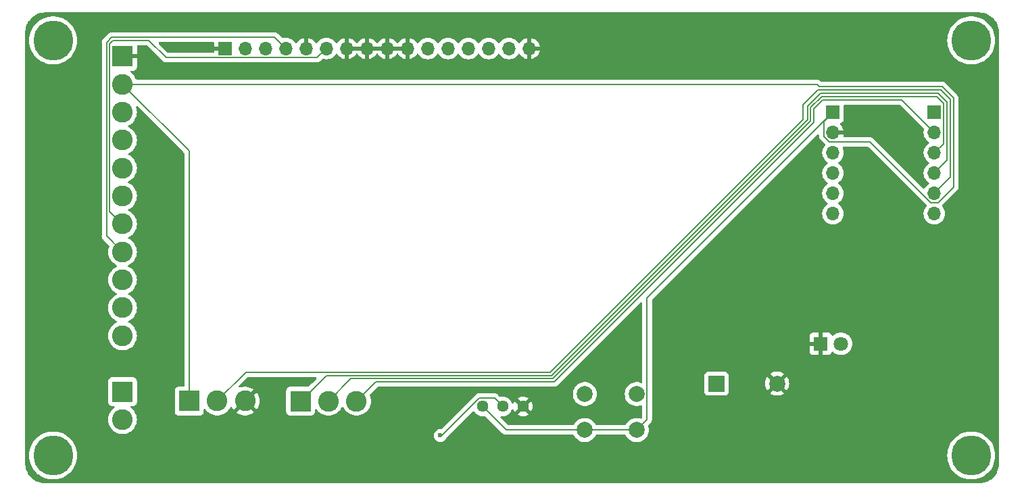
<source format=gbr>
%TF.GenerationSoftware,KiCad,Pcbnew,7.0.11-7.0.11~ubuntu22.04.1*%
%TF.CreationDate,2024-03-21T10:39:11+01:00*%
%TF.ProjectId,displayshield,64697370-6c61-4797-9368-69656c642e6b,rev?*%
%TF.SameCoordinates,Original*%
%TF.FileFunction,Copper,L2,Bot*%
%TF.FilePolarity,Positive*%
%FSLAX46Y46*%
G04 Gerber Fmt 4.6, Leading zero omitted, Abs format (unit mm)*
G04 Created by KiCad (PCBNEW 7.0.11-7.0.11~ubuntu22.04.1) date 2024-03-21 10:39:11*
%MOMM*%
%LPD*%
G01*
G04 APERTURE LIST*
%TA.AperFunction,ComponentPad*%
%ADD10R,2.600000X2.600000*%
%TD*%
%TA.AperFunction,ComponentPad*%
%ADD11C,2.600000*%
%TD*%
%TA.AperFunction,ComponentPad*%
%ADD12R,1.800000X1.800000*%
%TD*%
%TA.AperFunction,ComponentPad*%
%ADD13C,1.800000*%
%TD*%
%TA.AperFunction,ComponentPad*%
%ADD14C,1.440000*%
%TD*%
%TA.AperFunction,ComponentPad*%
%ADD15R,2.000000X2.000000*%
%TD*%
%TA.AperFunction,ComponentPad*%
%ADD16C,2.000000*%
%TD*%
%TA.AperFunction,ComponentPad*%
%ADD17R,1.700000X1.700000*%
%TD*%
%TA.AperFunction,ComponentPad*%
%ADD18O,1.700000X1.700000*%
%TD*%
%TA.AperFunction,ViaPad*%
%ADD19C,0.600000*%
%TD*%
%TA.AperFunction,ViaPad*%
%ADD20C,5.000000*%
%TD*%
%TA.AperFunction,Conductor*%
%ADD21C,0.200000*%
%TD*%
G04 APERTURE END LIST*
D10*
%TO.P,J5,1,Pin_1*%
%TO.N,Net-(ADS1015-A1)*%
X138000000Y-105195947D03*
D11*
%TO.P,J5,2,Pin_2*%
%TO.N,Net-(ADS1015-A2)*%
X141500000Y-105195947D03*
%TO.P,J5,3,Pin_3*%
%TO.N,Net-(ADS1015-A3)*%
X145000000Y-105195947D03*
%TD*%
D12*
%TO.P,D1,1,K*%
%TO.N,GND*%
X203152625Y-98000000D03*
D13*
%TO.P,D1,2,A*%
%TO.N,Net-(D1-A)*%
X205692625Y-98000000D03*
%TD*%
D14*
%TO.P,RV1,1,1*%
%TO.N,GND*%
X165857570Y-105854066D03*
%TO.P,RV1,2,2*%
%TO.N,Net-(J1-Pin_3)*%
X163317570Y-105854066D03*
%TO.P,RV1,3,3*%
%TO.N,+5V*%
X160777570Y-105854066D03*
%TD*%
D11*
%TO.P,J4,3,Pin_3*%
%TO.N,GND*%
X131047520Y-105173195D03*
%TO.P,J4,2,Pin_2*%
%TO.N,Net-(ADS1015-A0)*%
X127547520Y-105173195D03*
D10*
%TO.P,J4,1,Pin_1*%
%TO.N,+5V*%
X124047520Y-105173195D03*
%TD*%
D15*
%TO.P,BZ1,1,+*%
%TO.N,Net-(BZ1-+)*%
X190092625Y-103000000D03*
D16*
%TO.P,BZ1,2,-*%
%TO.N,GND*%
X197692625Y-103000000D03*
%TD*%
%TO.P,SW1,1,1*%
%TO.N,Net-(J2-Pin_9)*%
X173607570Y-104307360D03*
X180107570Y-104307360D03*
%TO.P,SW1,2,2*%
%TO.N,+5V*%
X173607570Y-108807360D03*
X180107570Y-108807360D03*
%TD*%
D10*
%TO.P,J2,1,Pin_1*%
%TO.N,GND*%
X115692625Y-62000000D03*
D11*
%TO.P,J2,2,Pin_2*%
%TO.N,+5V*%
X115692625Y-65500000D03*
%TO.P,J2,3,Pin_3*%
%TO.N,Net-(J1-Pin_11)*%
X115692625Y-69000000D03*
%TO.P,J2,4,Pin_4*%
%TO.N,Net-(J1-Pin_12)*%
X115692625Y-72500000D03*
%TO.P,J2,5,Pin_5*%
%TO.N,Net-(J1-Pin_13)*%
X115692625Y-76000000D03*
%TO.P,J2,6,Pin_6*%
%TO.N,Net-(J1-Pin_14)*%
X115692625Y-79500000D03*
%TO.P,J2,7,Pin_7*%
%TO.N,Net-(J1-Pin_6)*%
X115692625Y-83000000D03*
%TO.P,J2,8,Pin_8*%
%TO.N,Net-(J1-Pin_4)*%
X115692625Y-86500000D03*
%TO.P,J2,9,Pin_9*%
%TO.N,Net-(J2-Pin_9)*%
X115692625Y-90000000D03*
%TO.P,J2,10,Pin_10*%
%TO.N,Net-(BZ1-+)*%
X115692625Y-93500000D03*
%TO.P,J2,11,Pin_11*%
%TO.N,Net-(J2-Pin_11)*%
X115692625Y-97000000D03*
%TD*%
D10*
%TO.P,J3,1,Pin_1*%
%TO.N,Net-(ADS1015-SCL)*%
X115692625Y-104000000D03*
D11*
%TO.P,J3,2,Pin_2*%
%TO.N,Net-(ADS1015-SDA)*%
X115692625Y-107500000D03*
%TD*%
D17*
%TO.P,J1,1,Pin_1*%
%TO.N,GND*%
X128532625Y-61000000D03*
D18*
%TO.P,J1,2,Pin_2*%
%TO.N,+5V*%
X131072625Y-61000000D03*
%TO.P,J1,3,Pin_3*%
%TO.N,Net-(J1-Pin_3)*%
X133612625Y-61000000D03*
%TO.P,J1,4,Pin_4*%
%TO.N,Net-(J1-Pin_4)*%
X136152625Y-61000000D03*
%TO.P,J1,5,Pin_5*%
%TO.N,GND*%
X138692625Y-61000000D03*
%TO.P,J1,6,Pin_6*%
%TO.N,Net-(J1-Pin_6)*%
X141232625Y-61000000D03*
%TO.P,J1,7,Pin_7*%
%TO.N,GND*%
X143772625Y-61000000D03*
%TO.P,J1,8,Pin_8*%
X146312625Y-61000000D03*
%TO.P,J1,9,Pin_9*%
X148852625Y-61000000D03*
%TO.P,J1,10,Pin_10*%
X151392625Y-61000000D03*
%TO.P,J1,11,Pin_11*%
%TO.N,Net-(J1-Pin_11)*%
X153932625Y-61000000D03*
%TO.P,J1,12,Pin_12*%
%TO.N,Net-(J1-Pin_12)*%
X156472625Y-61000000D03*
%TO.P,J1,13,Pin_13*%
%TO.N,Net-(J1-Pin_13)*%
X159012625Y-61000000D03*
%TO.P,J1,14,Pin_14*%
%TO.N,Net-(J1-Pin_14)*%
X161552625Y-61000000D03*
%TO.P,J1,15,Pin_15*%
%TO.N,Net-(J1-Pin_15)*%
X164092625Y-61000000D03*
%TO.P,J1,16,Pin_16*%
%TO.N,GND*%
X166632625Y-61000000D03*
%TD*%
D17*
%TO.P,ADS1015,1,VIN*%
%TO.N,+5V*%
X204692625Y-69000000D03*
D18*
%TO.P,ADS1015,2,GND*%
%TO.N,GND*%
X204692625Y-71540000D03*
%TO.P,ADS1015,3,SCL*%
%TO.N,Net-(ADS1015-SCL)*%
X204692625Y-74080000D03*
%TO.P,ADS1015,4,SDA*%
%TO.N,Net-(ADS1015-SDA)*%
X204692625Y-76620000D03*
%TO.P,ADS1015,5,ADDR*%
%TO.N,unconnected-(ADS1015-ADDR-Pad5)*%
X204692625Y-79160000D03*
%TO.P,ADS1015,6,ALRT*%
%TO.N,unconnected-(ADS1015-ALRT-Pad6)*%
X204692625Y-81700000D03*
D17*
%TO.P,ADS1015,7,A+*%
%TO.N,unconnected-(ADS1015-A+-Pad7)*%
X217392625Y-69000000D03*
D18*
%TO.P,ADS1015,8,A3*%
%TO.N,Net-(ADS1015-A3)*%
X217392625Y-71540000D03*
%TO.P,ADS1015,9,A2*%
%TO.N,Net-(ADS1015-A2)*%
X217392625Y-74080000D03*
%TO.P,ADS1015,10,A1*%
%TO.N,Net-(ADS1015-A1)*%
X217392625Y-76620000D03*
%TO.P,ADS1015,11,A0*%
%TO.N,Net-(ADS1015-A0)*%
X217392625Y-79160000D03*
%TO.P,ADS1015,12,A-*%
%TO.N,unconnected-(ADS1015-A--Pad12)*%
X217392625Y-81700000D03*
%TD*%
D19*
%TO.N,Net-(J1-Pin_3)*%
X155500000Y-109500000D03*
D20*
%TO.N,*%
X222000000Y-60000000D03*
X107000000Y-112000000D03*
X222000000Y-112000000D03*
X107000000Y-60000000D03*
%TD*%
D21*
%TO.N,Net-(J1-Pin_3)*%
X155500000Y-109500000D02*
X155689138Y-109500000D01*
X155689138Y-109500000D02*
X160355072Y-104834066D01*
X160355072Y-104834066D02*
X162297570Y-104834066D01*
X162297570Y-104834066D02*
X163317570Y-105854066D01*
%TO.N,+5V*%
X204692625Y-69000000D02*
X203542625Y-70150000D01*
X219800000Y-67234314D02*
X218365686Y-65800000D01*
X203542625Y-70150000D02*
X203542625Y-72016346D01*
X203000000Y-65800000D02*
X202700000Y-65500000D01*
X203542625Y-72016346D02*
X204216279Y-72690000D01*
X204216279Y-72690000D02*
X209296279Y-72690000D01*
X209296279Y-72690000D02*
X216916279Y-80310000D01*
X218365686Y-65800000D02*
X203000000Y-65800000D01*
X216916279Y-80310000D02*
X217868971Y-80310000D01*
X217868971Y-80310000D02*
X219800000Y-78378971D01*
X219800000Y-78378971D02*
X219800000Y-67234314D01*
X202700000Y-65500000D02*
X115692625Y-65500000D01*
%TO.N,Net-(ADS1015-A0)*%
X217392625Y-79160000D02*
X219400000Y-77152625D01*
X219400000Y-77152625D02*
X219400000Y-67400000D01*
X219400000Y-67400000D02*
X218200000Y-66200000D01*
X218200000Y-66200000D02*
X202800000Y-66200000D01*
X200932097Y-68067903D02*
X200932097Y-69932098D01*
X200932097Y-69932098D02*
X169283569Y-101580626D01*
X202800000Y-66200000D02*
X200932097Y-68067903D01*
X169283569Y-101580626D02*
X131140089Y-101580626D01*
X131140089Y-101580626D02*
X127547520Y-105173195D01*
%TO.N,Net-(ADS1015-A1)*%
X138000000Y-105195947D02*
X141215321Y-101980626D01*
X141215321Y-101980626D02*
X169449255Y-101980626D01*
X169449255Y-101980626D02*
X201480627Y-69949254D01*
X203095569Y-66600000D02*
X217858311Y-66600000D01*
X201480627Y-69949254D02*
X201480627Y-68214941D01*
X201480627Y-68214941D02*
X203095569Y-66600000D01*
X217858311Y-66600000D02*
X219000000Y-67741689D01*
X219000000Y-67741689D02*
X219000000Y-75012625D01*
X219000000Y-75012625D02*
X217392625Y-76620000D01*
%TO.N,Net-(ADS1015-A2)*%
X217392625Y-74080000D02*
X218542625Y-72930000D01*
X201880627Y-68380627D02*
X201880627Y-70114940D01*
X218542625Y-72930000D02*
X218542625Y-67850000D01*
X218542625Y-67850000D02*
X217692625Y-67000000D01*
X217692625Y-67000000D02*
X203261254Y-67000000D01*
X203261254Y-67000000D02*
X201880627Y-68380627D01*
X201880627Y-70114940D02*
X169614941Y-102380626D01*
X169614941Y-102380626D02*
X144315321Y-102380626D01*
X144315321Y-102380626D02*
X141500000Y-105195947D01*
%TO.N,Net-(ADS1015-A3)*%
X145000000Y-105195947D02*
X147415321Y-102780626D01*
X147415321Y-102780626D02*
X169780627Y-102780626D01*
X169780627Y-102780626D02*
X202280627Y-70280626D01*
X202280627Y-70280626D02*
X202280627Y-68546313D01*
X202280627Y-68546313D02*
X203376940Y-67450000D01*
X203376940Y-67450000D02*
X213302625Y-67450000D01*
X213302625Y-67450000D02*
X217392625Y-71540000D01*
%TO.N,+5V*%
X173607570Y-108807360D02*
X163730864Y-108807360D01*
X163730864Y-108807360D02*
X160777570Y-105854066D01*
X180107570Y-108807360D02*
X173607570Y-108807360D01*
X204692625Y-69000000D02*
X181407570Y-92285055D01*
X181407570Y-92285055D02*
X181407570Y-107507360D01*
X181407570Y-107507360D02*
X180107570Y-108807360D01*
X115692625Y-65500000D02*
X124047520Y-73854895D01*
X124047520Y-73854895D02*
X124047520Y-105173195D01*
%TO.N,Net-(J1-Pin_4)*%
X136152625Y-61000000D02*
X134752625Y-59600000D01*
X134752625Y-59600000D02*
X114326939Y-59600000D01*
X114326939Y-59600000D02*
X113692625Y-60234315D01*
X113692625Y-60234315D02*
X113692625Y-84500000D01*
X113692625Y-84500000D02*
X115692625Y-86500000D01*
%TO.N,Net-(J1-Pin_6)*%
X121150000Y-62150000D02*
X119000000Y-60000000D01*
X140082625Y-62150000D02*
X121150000Y-62150000D01*
X141232625Y-61000000D02*
X140082625Y-62150000D01*
X119000000Y-60000000D02*
X114492625Y-60000000D01*
X114492625Y-60000000D02*
X114092625Y-60400000D01*
X114092625Y-60400000D02*
X114092625Y-81400000D01*
X114092625Y-81400000D02*
X115692625Y-83000000D01*
%TO.N,+5V*%
X123173195Y-105173195D02*
X124047520Y-105173195D01*
%TO.N,Net-(J1-Pin_6)*%
X116000000Y-83000000D02*
X115692625Y-83000000D01*
%TD*%
%TA.AperFunction,Conductor*%
%TO.N,GND*%
G36*
X213069567Y-68070185D02*
G01*
X213090209Y-68086819D01*
X216059858Y-71056469D01*
X216093343Y-71117792D01*
X216091952Y-71176243D01*
X216057563Y-71304586D01*
X216057561Y-71304596D01*
X216036966Y-71539999D01*
X216036966Y-71540000D01*
X216057561Y-71775403D01*
X216057563Y-71775413D01*
X216118719Y-72003655D01*
X216118721Y-72003659D01*
X216118722Y-72003663D01*
X216165956Y-72104956D01*
X216218590Y-72217830D01*
X216218592Y-72217834D01*
X216354126Y-72411395D01*
X216354131Y-72411402D01*
X216521222Y-72578493D01*
X216521228Y-72578498D01*
X216706783Y-72708425D01*
X216750408Y-72763002D01*
X216757602Y-72832500D01*
X216726079Y-72894855D01*
X216706783Y-72911575D01*
X216521222Y-73041505D01*
X216354130Y-73208597D01*
X216218590Y-73402169D01*
X216218589Y-73402171D01*
X216118723Y-73616335D01*
X216118719Y-73616344D01*
X216057563Y-73844586D01*
X216057561Y-73844596D01*
X216036966Y-74079999D01*
X216036966Y-74080000D01*
X216057561Y-74315403D01*
X216057563Y-74315413D01*
X216118719Y-74543655D01*
X216118721Y-74543659D01*
X216118722Y-74543663D01*
X216139567Y-74588365D01*
X216218590Y-74757830D01*
X216218592Y-74757834D01*
X216354126Y-74951395D01*
X216354131Y-74951402D01*
X216521222Y-75118493D01*
X216521228Y-75118498D01*
X216706783Y-75248425D01*
X216750408Y-75303002D01*
X216757602Y-75372500D01*
X216726079Y-75434855D01*
X216706783Y-75451575D01*
X216521222Y-75581505D01*
X216354130Y-75748597D01*
X216218590Y-75942169D01*
X216218589Y-75942171D01*
X216118723Y-76156335D01*
X216118719Y-76156344D01*
X216057563Y-76384586D01*
X216057561Y-76384596D01*
X216036966Y-76619999D01*
X216036966Y-76620000D01*
X216057561Y-76855403D01*
X216057563Y-76855413D01*
X216118719Y-77083655D01*
X216118721Y-77083659D01*
X216118722Y-77083663D01*
X216186067Y-77228085D01*
X216218590Y-77297830D01*
X216218592Y-77297834D01*
X216354126Y-77491395D01*
X216354131Y-77491402D01*
X216521222Y-77658493D01*
X216521228Y-77658498D01*
X216706783Y-77788425D01*
X216750408Y-77843002D01*
X216757602Y-77912500D01*
X216726079Y-77974855D01*
X216706783Y-77991575D01*
X216521222Y-78121505D01*
X216354130Y-78288597D01*
X216218590Y-78482169D01*
X216218589Y-78482171D01*
X216204099Y-78513246D01*
X216157926Y-78565685D01*
X216090732Y-78584837D01*
X216023851Y-78564621D01*
X216004036Y-78548522D01*
X209754478Y-72298964D01*
X209743782Y-72286767D01*
X209724565Y-72261722D01*
X209724562Y-72261720D01*
X209724561Y-72261718D01*
X209599120Y-72165464D01*
X209453041Y-72104956D01*
X209453039Y-72104955D01*
X209335640Y-72089500D01*
X209296279Y-72084318D01*
X209264976Y-72088439D01*
X209248792Y-72089500D01*
X206104610Y-72089500D01*
X206037571Y-72069815D01*
X205991816Y-72017011D01*
X205981872Y-71947853D01*
X205984835Y-71933406D01*
X206023261Y-71790000D01*
X205126311Y-71790000D01*
X205152118Y-71749844D01*
X205192625Y-71611889D01*
X205192625Y-71468111D01*
X205152118Y-71330156D01*
X205126311Y-71290000D01*
X206023261Y-71290000D01*
X206023260Y-71289999D01*
X205966057Y-71076513D01*
X205966054Y-71076507D01*
X205866225Y-70862422D01*
X205866224Y-70862420D01*
X205730738Y-70668926D01*
X205730733Y-70668920D01*
X205608678Y-70546865D01*
X205575193Y-70485542D01*
X205580177Y-70415850D01*
X205622049Y-70359917D01*
X205653025Y-70343002D01*
X205784956Y-70293796D01*
X205900171Y-70207546D01*
X205986421Y-70092331D01*
X206036716Y-69957483D01*
X206043125Y-69897873D01*
X206043124Y-68174499D01*
X206062809Y-68107461D01*
X206115612Y-68061706D01*
X206167124Y-68050500D01*
X213002528Y-68050500D01*
X213069567Y-68070185D01*
G37*
%TD.AperFunction*%
%TA.AperFunction,Conductor*%
G36*
X127125664Y-60220185D02*
G01*
X127171419Y-60272989D01*
X127182625Y-60324500D01*
X127182625Y-60750000D01*
X128098939Y-60750000D01*
X128073132Y-60790156D01*
X128032625Y-60928111D01*
X128032625Y-61071889D01*
X128073132Y-61209844D01*
X128098939Y-61250000D01*
X127182625Y-61250000D01*
X127182625Y-61425500D01*
X127162940Y-61492539D01*
X127110136Y-61538294D01*
X127058625Y-61549500D01*
X121450097Y-61549500D01*
X121383058Y-61529815D01*
X121362416Y-61513181D01*
X120261416Y-60412181D01*
X120227931Y-60350858D01*
X120232915Y-60281166D01*
X120274787Y-60225233D01*
X120340251Y-60200816D01*
X120349097Y-60200500D01*
X127058625Y-60200500D01*
X127125664Y-60220185D01*
G37*
%TD.AperFunction*%
%TA.AperFunction,Conductor*%
G36*
X145853132Y-60790156D02*
G01*
X145812625Y-60928111D01*
X145812625Y-61071889D01*
X145853132Y-61209844D01*
X145878939Y-61250000D01*
X144206311Y-61250000D01*
X144232118Y-61209844D01*
X144272625Y-61071889D01*
X144272625Y-60928111D01*
X144232118Y-60790156D01*
X144206311Y-60750000D01*
X145878939Y-60750000D01*
X145853132Y-60790156D01*
G37*
%TD.AperFunction*%
%TA.AperFunction,Conductor*%
G36*
X148393132Y-60790156D02*
G01*
X148352625Y-60928111D01*
X148352625Y-61071889D01*
X148393132Y-61209844D01*
X148418939Y-61250000D01*
X146746311Y-61250000D01*
X146772118Y-61209844D01*
X146812625Y-61071889D01*
X146812625Y-60928111D01*
X146772118Y-60790156D01*
X146746311Y-60750000D01*
X148418939Y-60750000D01*
X148393132Y-60790156D01*
G37*
%TD.AperFunction*%
%TA.AperFunction,Conductor*%
G36*
X150933132Y-60790156D02*
G01*
X150892625Y-60928111D01*
X150892625Y-61071889D01*
X150933132Y-61209844D01*
X150958939Y-61250000D01*
X149286311Y-61250000D01*
X149312118Y-61209844D01*
X149352625Y-61071889D01*
X149352625Y-60928111D01*
X149312118Y-60790156D01*
X149286311Y-60750000D01*
X150958939Y-60750000D01*
X150933132Y-60790156D01*
G37*
%TD.AperFunction*%
%TA.AperFunction,Conductor*%
G36*
X223003736Y-56500726D02*
G01*
X223293796Y-56518271D01*
X223308659Y-56520076D01*
X223590798Y-56571780D01*
X223605335Y-56575363D01*
X223879172Y-56660695D01*
X223893163Y-56666000D01*
X224154743Y-56783727D01*
X224167989Y-56790680D01*
X224413465Y-56939075D01*
X224425776Y-56947573D01*
X224646733Y-57120681D01*
X224651573Y-57124473D01*
X224662781Y-57134403D01*
X224865596Y-57337218D01*
X224875526Y-57348426D01*
X224913650Y-57397088D01*
X224995481Y-57501538D01*
X225052422Y-57574217D01*
X225060928Y-57586540D01*
X225209316Y-57832004D01*
X225216275Y-57845263D01*
X225333997Y-58106831D01*
X225339306Y-58120832D01*
X225424635Y-58394663D01*
X225428219Y-58409201D01*
X225479923Y-58691340D01*
X225481728Y-58706205D01*
X225499274Y-58996263D01*
X225499500Y-59003750D01*
X225499500Y-112996249D01*
X225499274Y-113003736D01*
X225481728Y-113293794D01*
X225479923Y-113308659D01*
X225428219Y-113590798D01*
X225424635Y-113605336D01*
X225339306Y-113879167D01*
X225333997Y-113893168D01*
X225216275Y-114154736D01*
X225209316Y-114167995D01*
X225060928Y-114413459D01*
X225052422Y-114425782D01*
X224875526Y-114651573D01*
X224865596Y-114662781D01*
X224662781Y-114865596D01*
X224651573Y-114875526D01*
X224425782Y-115052422D01*
X224413459Y-115060928D01*
X224167995Y-115209316D01*
X224154736Y-115216275D01*
X223893168Y-115333997D01*
X223879167Y-115339306D01*
X223605336Y-115424635D01*
X223590798Y-115428219D01*
X223308659Y-115479923D01*
X223293794Y-115481728D01*
X223003736Y-115499274D01*
X222996249Y-115499500D01*
X106003751Y-115499500D01*
X105996264Y-115499274D01*
X105706205Y-115481728D01*
X105691340Y-115479923D01*
X105409201Y-115428219D01*
X105394663Y-115424635D01*
X105120832Y-115339306D01*
X105106831Y-115333997D01*
X104845263Y-115216275D01*
X104832004Y-115209316D01*
X104586540Y-115060928D01*
X104574217Y-115052422D01*
X104507943Y-115000500D01*
X104348426Y-114875526D01*
X104337218Y-114865596D01*
X104134403Y-114662781D01*
X104124473Y-114651573D01*
X104086349Y-114602911D01*
X103947573Y-114425776D01*
X103939075Y-114413465D01*
X103790680Y-114167989D01*
X103783727Y-114154743D01*
X103666000Y-113893163D01*
X103660693Y-113879167D01*
X103589779Y-113651597D01*
X103575363Y-113605335D01*
X103571780Y-113590798D01*
X103520076Y-113308659D01*
X103518271Y-113293794D01*
X103500726Y-113003736D01*
X103500500Y-112996249D01*
X103500500Y-112000003D01*
X103994415Y-112000003D01*
X104014738Y-112348927D01*
X104014739Y-112348938D01*
X104075428Y-112693127D01*
X104075430Y-112693134D01*
X104175674Y-113027972D01*
X104314107Y-113348895D01*
X104314113Y-113348908D01*
X104488870Y-113651597D01*
X104697584Y-113931949D01*
X104697589Y-113931955D01*
X104821463Y-114063253D01*
X104937442Y-114186183D01*
X105113903Y-114334251D01*
X105205186Y-114410847D01*
X105205194Y-114410853D01*
X105497203Y-114602911D01*
X105497207Y-114602913D01*
X105809549Y-114759777D01*
X106137989Y-114879319D01*
X106478086Y-114959923D01*
X106825241Y-115000500D01*
X106825248Y-115000500D01*
X107174752Y-115000500D01*
X107174759Y-115000500D01*
X107521914Y-114959923D01*
X107862011Y-114879319D01*
X108190451Y-114759777D01*
X108502793Y-114602913D01*
X108794811Y-114410849D01*
X109062558Y-114186183D01*
X109302412Y-113931953D01*
X109511130Y-113651596D01*
X109685889Y-113348904D01*
X109824326Y-113027971D01*
X109924569Y-112693136D01*
X109985262Y-112348927D01*
X110005585Y-112000003D01*
X218994415Y-112000003D01*
X219014738Y-112348927D01*
X219014739Y-112348938D01*
X219075428Y-112693127D01*
X219075430Y-112693134D01*
X219175674Y-113027972D01*
X219314107Y-113348895D01*
X219314113Y-113348908D01*
X219488870Y-113651597D01*
X219697584Y-113931949D01*
X219697589Y-113931955D01*
X219821463Y-114063253D01*
X219937442Y-114186183D01*
X220113903Y-114334251D01*
X220205186Y-114410847D01*
X220205194Y-114410853D01*
X220497203Y-114602911D01*
X220497207Y-114602913D01*
X220809549Y-114759777D01*
X221137989Y-114879319D01*
X221478086Y-114959923D01*
X221825241Y-115000500D01*
X221825248Y-115000500D01*
X222174752Y-115000500D01*
X222174759Y-115000500D01*
X222521914Y-114959923D01*
X222862011Y-114879319D01*
X223190451Y-114759777D01*
X223502793Y-114602913D01*
X223794811Y-114410849D01*
X224062558Y-114186183D01*
X224302412Y-113931953D01*
X224511130Y-113651596D01*
X224685889Y-113348904D01*
X224824326Y-113027971D01*
X224924569Y-112693136D01*
X224985262Y-112348927D01*
X225005585Y-112000000D01*
X224985262Y-111651073D01*
X224985260Y-111651061D01*
X224924571Y-111306872D01*
X224924569Y-111306865D01*
X224824325Y-110972027D01*
X224685892Y-110651104D01*
X224685889Y-110651096D01*
X224511130Y-110348404D01*
X224511129Y-110348402D01*
X224302415Y-110068050D01*
X224302410Y-110068044D01*
X224158112Y-109915098D01*
X224062558Y-109813817D01*
X223902186Y-109679249D01*
X223794813Y-109589152D01*
X223794805Y-109589146D01*
X223502796Y-109397088D01*
X223190458Y-109240226D01*
X223190452Y-109240223D01*
X222862012Y-109120681D01*
X222862009Y-109120680D01*
X222521915Y-109040077D01*
X222478519Y-109035004D01*
X222174759Y-108999500D01*
X221825241Y-108999500D01*
X221521480Y-109035004D01*
X221478085Y-109040077D01*
X221478083Y-109040077D01*
X221137990Y-109120680D01*
X221137987Y-109120681D01*
X220809547Y-109240223D01*
X220809541Y-109240226D01*
X220497203Y-109397088D01*
X220205194Y-109589146D01*
X220205186Y-109589152D01*
X219937442Y-109813817D01*
X219937440Y-109813819D01*
X219697589Y-110068044D01*
X219697584Y-110068050D01*
X219488870Y-110348402D01*
X219314113Y-110651091D01*
X219314107Y-110651104D01*
X219175674Y-110972027D01*
X219075430Y-111306865D01*
X219075428Y-111306872D01*
X219014739Y-111651061D01*
X219014738Y-111651072D01*
X218994415Y-111999996D01*
X218994415Y-112000003D01*
X110005585Y-112000003D01*
X110005585Y-112000000D01*
X109985262Y-111651073D01*
X109985260Y-111651061D01*
X109924571Y-111306872D01*
X109924569Y-111306865D01*
X109824325Y-110972027D01*
X109685892Y-110651104D01*
X109685889Y-110651096D01*
X109511130Y-110348404D01*
X109511129Y-110348402D01*
X109302415Y-110068050D01*
X109302410Y-110068044D01*
X109158112Y-109915098D01*
X109062558Y-109813817D01*
X108902186Y-109679249D01*
X108794813Y-109589152D01*
X108794805Y-109589146D01*
X108502796Y-109397088D01*
X108190458Y-109240226D01*
X108190452Y-109240223D01*
X107862012Y-109120681D01*
X107862009Y-109120680D01*
X107521915Y-109040077D01*
X107478519Y-109035004D01*
X107174759Y-108999500D01*
X106825241Y-108999500D01*
X106521480Y-109035004D01*
X106478085Y-109040077D01*
X106478083Y-109040077D01*
X106137990Y-109120680D01*
X106137987Y-109120681D01*
X105809547Y-109240223D01*
X105809541Y-109240226D01*
X105497203Y-109397088D01*
X105205194Y-109589146D01*
X105205186Y-109589152D01*
X104937442Y-109813817D01*
X104937440Y-109813819D01*
X104697589Y-110068044D01*
X104697584Y-110068050D01*
X104488870Y-110348402D01*
X104314113Y-110651091D01*
X104314107Y-110651104D01*
X104175674Y-110972027D01*
X104075430Y-111306865D01*
X104075428Y-111306872D01*
X104014739Y-111651061D01*
X104014738Y-111651072D01*
X103994415Y-111999996D01*
X103994415Y-112000003D01*
X103500500Y-112000003D01*
X103500500Y-107500004D01*
X113887076Y-107500004D01*
X113907241Y-107769101D01*
X113967289Y-108032188D01*
X113967291Y-108032195D01*
X114052137Y-108248378D01*
X114065882Y-108283398D01*
X114200810Y-108517102D01*
X114234653Y-108559539D01*
X114369067Y-108728089D01*
X114522210Y-108870184D01*
X114566884Y-108911635D01*
X114789851Y-109063651D01*
X115032984Y-109180738D01*
X115290853Y-109260280D01*
X115290854Y-109260280D01*
X115290857Y-109260281D01*
X115557688Y-109300499D01*
X115557693Y-109300499D01*
X115557696Y-109300500D01*
X115557697Y-109300500D01*
X115827553Y-109300500D01*
X115827554Y-109300500D01*
X115855811Y-109296241D01*
X116094392Y-109260281D01*
X116094393Y-109260280D01*
X116094397Y-109260280D01*
X116352266Y-109180738D01*
X116595400Y-109063651D01*
X116818366Y-108911635D01*
X117016186Y-108728085D01*
X117184440Y-108517102D01*
X117319368Y-108283398D01*
X117417959Y-108032195D01*
X117478008Y-107769103D01*
X117485875Y-107664120D01*
X117498174Y-107500004D01*
X117498174Y-107499995D01*
X117478008Y-107230898D01*
X117472613Y-107207261D01*
X117417959Y-106967805D01*
X117319368Y-106716602D01*
X117184440Y-106482898D01*
X117016186Y-106271915D01*
X117016185Y-106271914D01*
X117016182Y-106271910D01*
X116818366Y-106088365D01*
X116786630Y-106066728D01*
X116728288Y-106026950D01*
X116683988Y-105972924D01*
X116675929Y-105903521D01*
X116706672Y-105840778D01*
X116766456Y-105804616D01*
X116798142Y-105800499D01*
X117040496Y-105800499D01*
X117040497Y-105800499D01*
X117100108Y-105794091D01*
X117234956Y-105743796D01*
X117350171Y-105657546D01*
X117436421Y-105542331D01*
X117486716Y-105407483D01*
X117493125Y-105347873D01*
X117493124Y-102652128D01*
X117486716Y-102592517D01*
X117483524Y-102583960D01*
X117436422Y-102457671D01*
X117436418Y-102457664D01*
X117350172Y-102342455D01*
X117350169Y-102342452D01*
X117234960Y-102256206D01*
X117234953Y-102256202D01*
X117100107Y-102205908D01*
X117100108Y-102205908D01*
X117040508Y-102199501D01*
X117040506Y-102199500D01*
X117040498Y-102199500D01*
X117040489Y-102199500D01*
X114344754Y-102199500D01*
X114344748Y-102199501D01*
X114285141Y-102205908D01*
X114150296Y-102256202D01*
X114150289Y-102256206D01*
X114035080Y-102342452D01*
X114035077Y-102342455D01*
X113948831Y-102457664D01*
X113948827Y-102457671D01*
X113898533Y-102592517D01*
X113892126Y-102652116D01*
X113892126Y-102652123D01*
X113892125Y-102652135D01*
X113892125Y-105347870D01*
X113892126Y-105347876D01*
X113898533Y-105407483D01*
X113948827Y-105542328D01*
X113948831Y-105542335D01*
X114035077Y-105657544D01*
X114035080Y-105657547D01*
X114150289Y-105743793D01*
X114150296Y-105743797D01*
X114195243Y-105760561D01*
X114285142Y-105794091D01*
X114344752Y-105800500D01*
X114587108Y-105800499D01*
X114654146Y-105820183D01*
X114699901Y-105872987D01*
X114709845Y-105942146D01*
X114680820Y-106005701D01*
X114656959Y-106026952D01*
X114566887Y-106088362D01*
X114369067Y-106271910D01*
X114200810Y-106482898D01*
X114065883Y-106716599D01*
X114065881Y-106716603D01*
X113967291Y-106967804D01*
X113967289Y-106967811D01*
X113907241Y-107230898D01*
X113887076Y-107499995D01*
X113887076Y-107500004D01*
X103500500Y-107500004D01*
X103500500Y-84500000D01*
X113086943Y-84500000D01*
X113092125Y-84539360D01*
X113092125Y-84539361D01*
X113107580Y-84656760D01*
X113107581Y-84656762D01*
X113146201Y-84750000D01*
X113168089Y-84802841D01*
X113223554Y-84875124D01*
X113264344Y-84928283D01*
X113289394Y-84947504D01*
X113301589Y-84958199D01*
X114006813Y-85663423D01*
X114040298Y-85724746D01*
X114035314Y-85794438D01*
X114034560Y-85796406D01*
X113967292Y-85967804D01*
X113967288Y-85967816D01*
X113907241Y-86230898D01*
X113887076Y-86499995D01*
X113887076Y-86500004D01*
X113907241Y-86769101D01*
X113967289Y-87032188D01*
X113967291Y-87032195D01*
X114065882Y-87283398D01*
X114200810Y-87517102D01*
X114336705Y-87687509D01*
X114369067Y-87728089D01*
X114555808Y-87901358D01*
X114566884Y-87911635D01*
X114789851Y-88063651D01*
X114789854Y-88063652D01*
X114789855Y-88063653D01*
X114944819Y-88138280D01*
X114996678Y-88185103D01*
X115014991Y-88252530D01*
X114993943Y-88319154D01*
X114944819Y-88361720D01*
X114789855Y-88436346D01*
X114566883Y-88588365D01*
X114369067Y-88771910D01*
X114200810Y-88982898D01*
X114065883Y-89216599D01*
X114065881Y-89216603D01*
X113967291Y-89467804D01*
X113967289Y-89467811D01*
X113907241Y-89730898D01*
X113887076Y-89999995D01*
X113887076Y-90000004D01*
X113907241Y-90269101D01*
X113967289Y-90532188D01*
X113967291Y-90532195D01*
X114065882Y-90783398D01*
X114200810Y-91017102D01*
X114336705Y-91187509D01*
X114369067Y-91228089D01*
X114555808Y-91401358D01*
X114566884Y-91411635D01*
X114789851Y-91563651D01*
X114789854Y-91563652D01*
X114789855Y-91563653D01*
X114944819Y-91638280D01*
X114996678Y-91685103D01*
X115014991Y-91752530D01*
X114993943Y-91819154D01*
X114944819Y-91861720D01*
X114789855Y-91936346D01*
X114566883Y-92088365D01*
X114369067Y-92271910D01*
X114200810Y-92482898D01*
X114065883Y-92716599D01*
X114065881Y-92716603D01*
X113967291Y-92967804D01*
X113967289Y-92967811D01*
X113907241Y-93230898D01*
X113887076Y-93499995D01*
X113887076Y-93500004D01*
X113907241Y-93769101D01*
X113967289Y-94032188D01*
X113967291Y-94032195D01*
X114065882Y-94283398D01*
X114200810Y-94517102D01*
X114336705Y-94687509D01*
X114369067Y-94728089D01*
X114555808Y-94901358D01*
X114566884Y-94911635D01*
X114789851Y-95063651D01*
X114789854Y-95063652D01*
X114789855Y-95063653D01*
X114944819Y-95138280D01*
X114996678Y-95185103D01*
X115014991Y-95252530D01*
X114993943Y-95319154D01*
X114944819Y-95361720D01*
X114789855Y-95436346D01*
X114566883Y-95588365D01*
X114369067Y-95771910D01*
X114200810Y-95982898D01*
X114065883Y-96216599D01*
X114065881Y-96216603D01*
X113967291Y-96467804D01*
X113967289Y-96467811D01*
X113907241Y-96730898D01*
X113887076Y-96999995D01*
X113887076Y-97000004D01*
X113907241Y-97269101D01*
X113967289Y-97532188D01*
X113967291Y-97532195D01*
X114019963Y-97666401D01*
X114065882Y-97783398D01*
X114200810Y-98017102D01*
X114267928Y-98101265D01*
X114369067Y-98228089D01*
X114482781Y-98333599D01*
X114566884Y-98411635D01*
X114789851Y-98563651D01*
X115032984Y-98680738D01*
X115290853Y-98760280D01*
X115290854Y-98760280D01*
X115290857Y-98760281D01*
X115557688Y-98800499D01*
X115557693Y-98800499D01*
X115557696Y-98800500D01*
X115557697Y-98800500D01*
X115827553Y-98800500D01*
X115827554Y-98800500D01*
X115827561Y-98800499D01*
X116094392Y-98760281D01*
X116094393Y-98760280D01*
X116094397Y-98760280D01*
X116352266Y-98680738D01*
X116595400Y-98563651D01*
X116818366Y-98411635D01*
X116992567Y-98250000D01*
X117016182Y-98228089D01*
X117016182Y-98228087D01*
X117016186Y-98228085D01*
X117184440Y-98017102D01*
X117319368Y-97783398D01*
X117417959Y-97532195D01*
X117478008Y-97269103D01*
X117497308Y-97011561D01*
X117498174Y-97000004D01*
X117498174Y-96999995D01*
X117478008Y-96730898D01*
X117478008Y-96730897D01*
X117417959Y-96467805D01*
X117319368Y-96216602D01*
X117184440Y-95982898D01*
X117016186Y-95771915D01*
X117016185Y-95771914D01*
X117016182Y-95771910D01*
X116818366Y-95588365D01*
X116595400Y-95436349D01*
X116595394Y-95436346D01*
X116595393Y-95436345D01*
X116595392Y-95436344D01*
X116440431Y-95361720D01*
X116388571Y-95314898D01*
X116370258Y-95247471D01*
X116391306Y-95180847D01*
X116440431Y-95138280D01*
X116595392Y-95063655D01*
X116595392Y-95063654D01*
X116595400Y-95063651D01*
X116818366Y-94911635D01*
X117016186Y-94728085D01*
X117184440Y-94517102D01*
X117319368Y-94283398D01*
X117417959Y-94032195D01*
X117478008Y-93769103D01*
X117498174Y-93500000D01*
X117478008Y-93230897D01*
X117417959Y-92967805D01*
X117319368Y-92716602D01*
X117184440Y-92482898D01*
X117016186Y-92271915D01*
X117016185Y-92271914D01*
X117016182Y-92271910D01*
X116818366Y-92088365D01*
X116595400Y-91936349D01*
X116595394Y-91936346D01*
X116595393Y-91936345D01*
X116595392Y-91936344D01*
X116440431Y-91861720D01*
X116388571Y-91814898D01*
X116370258Y-91747471D01*
X116391306Y-91680847D01*
X116440431Y-91638280D01*
X116595392Y-91563655D01*
X116595392Y-91563654D01*
X116595400Y-91563651D01*
X116818366Y-91411635D01*
X117016186Y-91228085D01*
X117184440Y-91017102D01*
X117319368Y-90783398D01*
X117417959Y-90532195D01*
X117478008Y-90269103D01*
X117498174Y-90000000D01*
X117478008Y-89730897D01*
X117417959Y-89467805D01*
X117319368Y-89216602D01*
X117184440Y-88982898D01*
X117016186Y-88771915D01*
X117016185Y-88771914D01*
X117016182Y-88771910D01*
X116818366Y-88588365D01*
X116595400Y-88436349D01*
X116595394Y-88436346D01*
X116595393Y-88436345D01*
X116595392Y-88436344D01*
X116440431Y-88361720D01*
X116388571Y-88314898D01*
X116370258Y-88247471D01*
X116391306Y-88180847D01*
X116440431Y-88138280D01*
X116595392Y-88063655D01*
X116595392Y-88063654D01*
X116595400Y-88063651D01*
X116818366Y-87911635D01*
X117016186Y-87728085D01*
X117184440Y-87517102D01*
X117319368Y-87283398D01*
X117417959Y-87032195D01*
X117478008Y-86769103D01*
X117498174Y-86500000D01*
X117478008Y-86230897D01*
X117417959Y-85967805D01*
X117319368Y-85716602D01*
X117184440Y-85482898D01*
X117016186Y-85271915D01*
X117016185Y-85271914D01*
X117016182Y-85271910D01*
X116818366Y-85088365D01*
X116595400Y-84936349D01*
X116595396Y-84936347D01*
X116595393Y-84936345D01*
X116595392Y-84936344D01*
X116440431Y-84861720D01*
X116388571Y-84814898D01*
X116370258Y-84747471D01*
X116391306Y-84680847D01*
X116440431Y-84638280D01*
X116595392Y-84563655D01*
X116595392Y-84563654D01*
X116595400Y-84563651D01*
X116818366Y-84411635D01*
X117016186Y-84228085D01*
X117184440Y-84017102D01*
X117319368Y-83783398D01*
X117417959Y-83532195D01*
X117478008Y-83269103D01*
X117494003Y-83055659D01*
X117498174Y-83000004D01*
X117498174Y-82999995D01*
X117478008Y-82730898D01*
X117441604Y-82571401D01*
X117417959Y-82467805D01*
X117319368Y-82216602D01*
X117184440Y-81982898D01*
X117016186Y-81771915D01*
X117016185Y-81771914D01*
X117016182Y-81771910D01*
X116818366Y-81588365D01*
X116595400Y-81436349D01*
X116595396Y-81436347D01*
X116595393Y-81436345D01*
X116595392Y-81436344D01*
X116440431Y-81361720D01*
X116388571Y-81314898D01*
X116370258Y-81247471D01*
X116391306Y-81180847D01*
X116440431Y-81138280D01*
X116595392Y-81063655D01*
X116595392Y-81063654D01*
X116595400Y-81063651D01*
X116818366Y-80911635D01*
X117016186Y-80728085D01*
X117184440Y-80517102D01*
X117319368Y-80283398D01*
X117417959Y-80032195D01*
X117478008Y-79769103D01*
X117498174Y-79500000D01*
X117490336Y-79395413D01*
X117478008Y-79230898D01*
X117417960Y-78967811D01*
X117417959Y-78967805D01*
X117319368Y-78716602D01*
X117184440Y-78482898D01*
X117016186Y-78271915D01*
X117016185Y-78271914D01*
X117016182Y-78271910D01*
X116818366Y-78088365D01*
X116595400Y-77936349D01*
X116595396Y-77936347D01*
X116595393Y-77936345D01*
X116595392Y-77936344D01*
X116440431Y-77861720D01*
X116388571Y-77814898D01*
X116370258Y-77747471D01*
X116391306Y-77680847D01*
X116440431Y-77638280D01*
X116595392Y-77563655D01*
X116595392Y-77563654D01*
X116595400Y-77563651D01*
X116818366Y-77411635D01*
X117016186Y-77228085D01*
X117184440Y-77017102D01*
X117319368Y-76783398D01*
X117417959Y-76532195D01*
X117478008Y-76269103D01*
X117498174Y-76000000D01*
X117493840Y-75942171D01*
X117478008Y-75730898D01*
X117417960Y-75467811D01*
X117417959Y-75467805D01*
X117319368Y-75216602D01*
X117184440Y-74982898D01*
X117016186Y-74771915D01*
X117016185Y-74771914D01*
X117016182Y-74771910D01*
X116818366Y-74588365D01*
X116595400Y-74436349D01*
X116595396Y-74436347D01*
X116595393Y-74436345D01*
X116595392Y-74436344D01*
X116440431Y-74361720D01*
X116388571Y-74314898D01*
X116370258Y-74247471D01*
X116391306Y-74180847D01*
X116440431Y-74138280D01*
X116595392Y-74063655D01*
X116595392Y-74063654D01*
X116595400Y-74063651D01*
X116818366Y-73911635D01*
X117016186Y-73728085D01*
X117184440Y-73517102D01*
X117319368Y-73283398D01*
X117417959Y-73032195D01*
X117478008Y-72769103D01*
X117498174Y-72500000D01*
X117496266Y-72474545D01*
X117478008Y-72230898D01*
X117475026Y-72217834D01*
X117417959Y-71967805D01*
X117319368Y-71716602D01*
X117184440Y-71482898D01*
X117016186Y-71271915D01*
X117016185Y-71271914D01*
X117016182Y-71271910D01*
X116818366Y-71088365D01*
X116800982Y-71076513D01*
X116595400Y-70936349D01*
X116595396Y-70936347D01*
X116595393Y-70936345D01*
X116595392Y-70936344D01*
X116440431Y-70861720D01*
X116388571Y-70814898D01*
X116370258Y-70747471D01*
X116391306Y-70680847D01*
X116440431Y-70638280D01*
X116595392Y-70563655D01*
X116595392Y-70563654D01*
X116595400Y-70563651D01*
X116818366Y-70411635D01*
X117016186Y-70228085D01*
X117184440Y-70017102D01*
X117319368Y-69783398D01*
X117417959Y-69532195D01*
X117478008Y-69269103D01*
X117498174Y-69000000D01*
X117478008Y-68730897D01*
X117417959Y-68467805D01*
X117381042Y-68373745D01*
X117374874Y-68304149D01*
X117407312Y-68242265D01*
X117468056Y-68207742D01*
X117537823Y-68211541D01*
X117584152Y-68240762D01*
X123410701Y-74067311D01*
X123444186Y-74128634D01*
X123447020Y-74154992D01*
X123447020Y-103248695D01*
X123427335Y-103315734D01*
X123374531Y-103361489D01*
X123323020Y-103372695D01*
X122699649Y-103372695D01*
X122699643Y-103372696D01*
X122640036Y-103379103D01*
X122505191Y-103429397D01*
X122505184Y-103429401D01*
X122389975Y-103515647D01*
X122389972Y-103515650D01*
X122303726Y-103630859D01*
X122303722Y-103630866D01*
X122253428Y-103765712D01*
X122247021Y-103825311D01*
X122247021Y-103825318D01*
X122247020Y-103825330D01*
X122247020Y-106521065D01*
X122247021Y-106521071D01*
X122253428Y-106580678D01*
X122303722Y-106715523D01*
X122303726Y-106715530D01*
X122389972Y-106830739D01*
X122389975Y-106830742D01*
X122505184Y-106916988D01*
X122505191Y-106916992D01*
X122640037Y-106967286D01*
X122640036Y-106967286D01*
X122644855Y-106967804D01*
X122699647Y-106973695D01*
X125395392Y-106973694D01*
X125455003Y-106967286D01*
X125589851Y-106916991D01*
X125705066Y-106830741D01*
X125791316Y-106715526D01*
X125841611Y-106580678D01*
X125848020Y-106521068D01*
X125848019Y-106284237D01*
X125867703Y-106217200D01*
X125920507Y-106171445D01*
X125989666Y-106161501D01*
X126053221Y-106190526D01*
X126068966Y-106206926D01*
X126223962Y-106401284D01*
X126377584Y-106543823D01*
X126421779Y-106584830D01*
X126644746Y-106736846D01*
X126644749Y-106736847D01*
X126644750Y-106736848D01*
X126647728Y-106738282D01*
X126887879Y-106853933D01*
X127145748Y-106933475D01*
X127145749Y-106933475D01*
X127145752Y-106933476D01*
X127412583Y-106973694D01*
X127412588Y-106973694D01*
X127412591Y-106973695D01*
X127412592Y-106973695D01*
X127682448Y-106973695D01*
X127682449Y-106973695D01*
X127682456Y-106973694D01*
X127949287Y-106933476D01*
X127949288Y-106933475D01*
X127949292Y-106933475D01*
X128207161Y-106853933D01*
X128447313Y-106738282D01*
X128450287Y-106736850D01*
X128450287Y-106736849D01*
X128450295Y-106736846D01*
X128673261Y-106584830D01*
X128871081Y-106401280D01*
X129039335Y-106190297D01*
X129174263Y-105956593D01*
X129182360Y-105935960D01*
X129225172Y-105880749D01*
X129291042Y-105857447D01*
X129359053Y-105873455D01*
X129407613Y-105923691D01*
X129413215Y-105935958D01*
X129421229Y-105956377D01*
X129556122Y-106190017D01*
X129609814Y-106257346D01*
X130444972Y-105422188D01*
X130454708Y-105452151D01*
X130542706Y-105590814D01*
X130662423Y-105703235D01*
X130797030Y-105777236D01*
X129962368Y-106611897D01*
X130145003Y-106736415D01*
X130145005Y-106736416D01*
X130388059Y-106853464D01*
X130388057Y-106853464D01*
X130645857Y-106932985D01*
X130645863Y-106932987D01*
X130912621Y-106973194D01*
X130912630Y-106973195D01*
X131182410Y-106973195D01*
X131182418Y-106973194D01*
X131449176Y-106932987D01*
X131449182Y-106932985D01*
X131706981Y-106853464D01*
X131950041Y-106736413D01*
X132132670Y-106611897D01*
X131295054Y-105774281D01*
X131363149Y-105747321D01*
X131496012Y-105650790D01*
X131600695Y-105524250D01*
X131649151Y-105421274D01*
X132485223Y-106257346D01*
X132485224Y-106257345D01*
X132538913Y-106190023D01*
X132538920Y-106190012D01*
X132673810Y-105956376D01*
X132772371Y-105705247D01*
X132772377Y-105705228D01*
X132832406Y-105442223D01*
X132832406Y-105442221D01*
X132852567Y-105173199D01*
X132852567Y-105173190D01*
X132832406Y-104904168D01*
X132832406Y-104904166D01*
X132772377Y-104641161D01*
X132772371Y-104641142D01*
X132673810Y-104390013D01*
X132673811Y-104390013D01*
X132538917Y-104156372D01*
X132485224Y-104089042D01*
X131650066Y-104924199D01*
X131640332Y-104894239D01*
X131552334Y-104755576D01*
X131432617Y-104643155D01*
X131298008Y-104569152D01*
X132132670Y-103734491D01*
X131950037Y-103609974D01*
X131950036Y-103609973D01*
X131706980Y-103492925D01*
X131706982Y-103492925D01*
X131449182Y-103413404D01*
X131449176Y-103413402D01*
X131182418Y-103373195D01*
X130912621Y-103373195D01*
X130645863Y-103413402D01*
X130645857Y-103413404D01*
X130416066Y-103484286D01*
X130346203Y-103485236D01*
X130286916Y-103448265D01*
X130257030Y-103385110D01*
X130266031Y-103315822D01*
X130291833Y-103278115D01*
X131352505Y-102217445D01*
X131413828Y-102183960D01*
X131440186Y-102181126D01*
X139866224Y-102181126D01*
X139933263Y-102200811D01*
X139979018Y-102253615D01*
X139988962Y-102322773D01*
X139959937Y-102386329D01*
X139953907Y-102392804D01*
X139446551Y-102900160D01*
X138987583Y-103359128D01*
X138926260Y-103392613D01*
X138899902Y-103395447D01*
X136652129Y-103395447D01*
X136652123Y-103395448D01*
X136592516Y-103401855D01*
X136457671Y-103452149D01*
X136457664Y-103452153D01*
X136342455Y-103538399D01*
X136342452Y-103538402D01*
X136256206Y-103653611D01*
X136256202Y-103653618D01*
X136205908Y-103788464D01*
X136199501Y-103848063D01*
X136199500Y-103848082D01*
X136199500Y-106543817D01*
X136199501Y-106543823D01*
X136205908Y-106603430D01*
X136256202Y-106738275D01*
X136256206Y-106738282D01*
X136342452Y-106853491D01*
X136342455Y-106853494D01*
X136457664Y-106939740D01*
X136457671Y-106939744D01*
X136592517Y-106990038D01*
X136592516Y-106990038D01*
X136599444Y-106990782D01*
X136652127Y-106996447D01*
X139347872Y-106996446D01*
X139407483Y-106990038D01*
X139542331Y-106939743D01*
X139657546Y-106853493D01*
X139743796Y-106738278D01*
X139794091Y-106603430D01*
X139800500Y-106543820D01*
X139800499Y-106306989D01*
X139820183Y-106239952D01*
X139872987Y-106194197D01*
X139942146Y-106184253D01*
X140005701Y-106213278D01*
X140021446Y-106229678D01*
X140176442Y-106424036D01*
X140349737Y-106584829D01*
X140374259Y-106607582D01*
X140597226Y-106759598D01*
X140840359Y-106876685D01*
X141098228Y-106956227D01*
X141098229Y-106956227D01*
X141098232Y-106956228D01*
X141365063Y-106996446D01*
X141365068Y-106996446D01*
X141365071Y-106996447D01*
X141365072Y-106996447D01*
X141634928Y-106996447D01*
X141634929Y-106996447D01*
X141634936Y-106996446D01*
X141901767Y-106956228D01*
X141901768Y-106956227D01*
X141901772Y-106956227D01*
X142159641Y-106876685D01*
X142402775Y-106759598D01*
X142625741Y-106607582D01*
X142823561Y-106424032D01*
X142991815Y-106213049D01*
X143126743Y-105979345D01*
X143134572Y-105959398D01*
X143177387Y-105904184D01*
X143243257Y-105880883D01*
X143311268Y-105896894D01*
X143359826Y-105947131D01*
X143365428Y-105959398D01*
X143373254Y-105979339D01*
X143373258Y-105979347D01*
X143400743Y-106026952D01*
X143508185Y-106213049D01*
X143631659Y-106367880D01*
X143676442Y-106424036D01*
X143849737Y-106584829D01*
X143874259Y-106607582D01*
X144097226Y-106759598D01*
X144340359Y-106876685D01*
X144598228Y-106956227D01*
X144598229Y-106956227D01*
X144598232Y-106956228D01*
X144865063Y-106996446D01*
X144865068Y-106996446D01*
X144865071Y-106996447D01*
X144865072Y-106996447D01*
X145134928Y-106996447D01*
X145134929Y-106996447D01*
X145134936Y-106996446D01*
X145401767Y-106956228D01*
X145401768Y-106956227D01*
X145401772Y-106956227D01*
X145659641Y-106876685D01*
X145902775Y-106759598D01*
X146125741Y-106607582D01*
X146323561Y-106424032D01*
X146491815Y-106213049D01*
X146626743Y-105979345D01*
X146725334Y-105728142D01*
X146785383Y-105465050D01*
X146802118Y-105241729D01*
X146805549Y-105195951D01*
X146805549Y-105195942D01*
X146785383Y-104926845D01*
X146760915Y-104819642D01*
X146725334Y-104663752D01*
X146658063Y-104492352D01*
X146651895Y-104422756D01*
X146684333Y-104360872D01*
X146685748Y-104359432D01*
X147627737Y-103417445D01*
X147689060Y-103383960D01*
X147715418Y-103381126D01*
X169733140Y-103381126D01*
X169749324Y-103382186D01*
X169780627Y-103386308D01*
X169780628Y-103386308D01*
X169835355Y-103379103D01*
X169937389Y-103365670D01*
X170083468Y-103305162D01*
X170126607Y-103272060D01*
X170208909Y-103208908D01*
X170228137Y-103183848D01*
X170238816Y-103171670D01*
X180595391Y-92815096D01*
X180656712Y-92781613D01*
X180726404Y-92786597D01*
X180782337Y-92828469D01*
X180806754Y-92893933D01*
X180807070Y-92902779D01*
X180807070Y-102787366D01*
X180787385Y-102854405D01*
X180734581Y-102900160D01*
X180665423Y-102910104D01*
X180642807Y-102904647D01*
X180477186Y-102847789D01*
X180231905Y-102806860D01*
X179983235Y-102806860D01*
X179737953Y-102847789D01*
X179502767Y-102928529D01*
X179502758Y-102928532D01*
X179284063Y-103046884D01*
X179087827Y-103199621D01*
X178919403Y-103382577D01*
X178783396Y-103590753D01*
X178683506Y-103818478D01*
X178622462Y-104059535D01*
X178622460Y-104059547D01*
X178601927Y-104307354D01*
X178601927Y-104307365D01*
X178622460Y-104555172D01*
X178622462Y-104555184D01*
X178683506Y-104796241D01*
X178783396Y-105023966D01*
X178919403Y-105232142D01*
X178919406Y-105232145D01*
X179087826Y-105415098D01*
X179284061Y-105567834D01*
X179284063Y-105567835D01*
X179449830Y-105657544D01*
X179502760Y-105686188D01*
X179737956Y-105766931D01*
X179983235Y-105807860D01*
X180231905Y-105807860D01*
X180477184Y-105766931D01*
X180642808Y-105710071D01*
X180712605Y-105706922D01*
X180773027Y-105742008D01*
X180804887Y-105804190D01*
X180807070Y-105827353D01*
X180807070Y-107207261D01*
X180787385Y-107274300D01*
X180770751Y-107294942D01*
X180711118Y-107354575D01*
X180649795Y-107388060D01*
X180583174Y-107384175D01*
X180477186Y-107347789D01*
X180231905Y-107306860D01*
X179983235Y-107306860D01*
X179737953Y-107347789D01*
X179502767Y-107428529D01*
X179502758Y-107428532D01*
X179284063Y-107546884D01*
X179087827Y-107699621D01*
X178919403Y-107882577D01*
X178783397Y-108090751D01*
X178765010Y-108132671D01*
X178720053Y-108186156D01*
X178653317Y-108206846D01*
X178651454Y-108206860D01*
X175063686Y-108206860D01*
X174996647Y-108187175D01*
X174950892Y-108134371D01*
X174950130Y-108132671D01*
X174931742Y-108090751D01*
X174795736Y-107882577D01*
X174729109Y-107810201D01*
X174627314Y-107699622D01*
X174431079Y-107546886D01*
X174431077Y-107546885D01*
X174431076Y-107546884D01*
X174212381Y-107428532D01*
X174212372Y-107428529D01*
X173977186Y-107347789D01*
X173731905Y-107306860D01*
X173483235Y-107306860D01*
X173237953Y-107347789D01*
X173002767Y-107428529D01*
X173002758Y-107428532D01*
X172784063Y-107546884D01*
X172587827Y-107699621D01*
X172419403Y-107882577D01*
X172283397Y-108090751D01*
X172265010Y-108132671D01*
X172220053Y-108186156D01*
X172153317Y-108206846D01*
X172151454Y-108206860D01*
X164030961Y-108206860D01*
X163963922Y-108187175D01*
X163943280Y-108170541D01*
X163048228Y-107275489D01*
X163014743Y-107214166D01*
X163019727Y-107144474D01*
X163061599Y-107088541D01*
X163127063Y-107064124D01*
X163146713Y-107064279D01*
X163274525Y-107075462D01*
X163317569Y-107079228D01*
X163317570Y-107079228D01*
X163317572Y-107079228D01*
X163370756Y-107074574D01*
X163530317Y-107060615D01*
X163736600Y-107005342D01*
X163930151Y-106915087D01*
X164105089Y-106792595D01*
X164256099Y-106641585D01*
X164378591Y-106466647D01*
X164468846Y-106273096D01*
X164468850Y-106273079D01*
X164470700Y-106268002D01*
X164472551Y-106268675D01*
X164504417Y-106216394D01*
X164567264Y-106185863D01*
X164636639Y-106194157D01*
X164690518Y-106238641D01*
X164704000Y-106268161D01*
X164704912Y-106267830D01*
X164706767Y-106272925D01*
X164796983Y-106466395D01*
X164835985Y-106522096D01*
X165459616Y-105898465D01*
X165472405Y-105979214D01*
X165529929Y-106092111D01*
X165619525Y-106181707D01*
X165732422Y-106239231D01*
X165813169Y-106252019D01*
X165189538Y-106875650D01*
X165245233Y-106914648D01*
X165245239Y-106914652D01*
X165438710Y-107004868D01*
X165438716Y-107004871D01*
X165644907Y-107060120D01*
X165644915Y-107060121D01*
X165857568Y-107078726D01*
X165857572Y-107078726D01*
X166070224Y-107060121D01*
X166070232Y-107060120D01*
X166276423Y-107004871D01*
X166276434Y-107004867D01*
X166469895Y-106914655D01*
X166525600Y-106875649D01*
X165901971Y-106252019D01*
X165982718Y-106239231D01*
X166095615Y-106181707D01*
X166185211Y-106092111D01*
X166242735Y-105979214D01*
X166255523Y-105898466D01*
X166879153Y-106522095D01*
X166918159Y-106466391D01*
X167008371Y-106272930D01*
X167008375Y-106272919D01*
X167063624Y-106066728D01*
X167063625Y-106066720D01*
X167082230Y-105854068D01*
X167082230Y-105854063D01*
X167063625Y-105641411D01*
X167063624Y-105641403D01*
X167008375Y-105435212D01*
X167008372Y-105435206D01*
X166918156Y-105241735D01*
X166918152Y-105241729D01*
X166879154Y-105186034D01*
X166255523Y-105809665D01*
X166242735Y-105728918D01*
X166185211Y-105616021D01*
X166095615Y-105526425D01*
X165982718Y-105468901D01*
X165901970Y-105456112D01*
X166525600Y-104832481D01*
X166469899Y-104793479D01*
X166276429Y-104703263D01*
X166276423Y-104703260D01*
X166070232Y-104648011D01*
X166070224Y-104648010D01*
X165857572Y-104629406D01*
X165857568Y-104629406D01*
X165644915Y-104648010D01*
X165644907Y-104648011D01*
X165438716Y-104703260D01*
X165438710Y-104703263D01*
X165245241Y-104793478D01*
X165245239Y-104793479D01*
X165189539Y-104832481D01*
X165189538Y-104832481D01*
X165813170Y-105456112D01*
X165732422Y-105468901D01*
X165619525Y-105526425D01*
X165529929Y-105616021D01*
X165472405Y-105728918D01*
X165459616Y-105809665D01*
X164835985Y-105186034D01*
X164835985Y-105186035D01*
X164796983Y-105241735D01*
X164796982Y-105241737D01*
X164706767Y-105435206D01*
X164704912Y-105440302D01*
X164703015Y-105439611D01*
X164671226Y-105491750D01*
X164608375Y-105522271D01*
X164539001Y-105513967D01*
X164485129Y-105469474D01*
X164471582Y-105439808D01*
X164470700Y-105440130D01*
X164468849Y-105435049D01*
X164468846Y-105435036D01*
X164378591Y-105241485D01*
X164256099Y-105066547D01*
X164256097Y-105066544D01*
X164105091Y-104915538D01*
X163930148Y-104793043D01*
X163930149Y-104793043D01*
X163801117Y-104732875D01*
X163736600Y-104702790D01*
X163736596Y-104702789D01*
X163736592Y-104702787D01*
X163530322Y-104647518D01*
X163530318Y-104647517D01*
X163530317Y-104647517D01*
X163530316Y-104647516D01*
X163530311Y-104647516D01*
X163317572Y-104628904D01*
X163317569Y-104628904D01*
X163104823Y-104647517D01*
X163104816Y-104647518D01*
X163059956Y-104659538D01*
X162990106Y-104657874D01*
X162940183Y-104627444D01*
X162755769Y-104443030D01*
X162745074Y-104430835D01*
X162725853Y-104405785D01*
X162725849Y-104405782D01*
X162600411Y-104309530D01*
X162595184Y-104307365D01*
X172101927Y-104307365D01*
X172122460Y-104555172D01*
X172122462Y-104555184D01*
X172183506Y-104796241D01*
X172283396Y-105023966D01*
X172419403Y-105232142D01*
X172419406Y-105232145D01*
X172587826Y-105415098D01*
X172784061Y-105567834D01*
X172784063Y-105567835D01*
X172949830Y-105657544D01*
X173002760Y-105686188D01*
X173237956Y-105766931D01*
X173483235Y-105807860D01*
X173731905Y-105807860D01*
X173977184Y-105766931D01*
X174212380Y-105686188D01*
X174431079Y-105567834D01*
X174627314Y-105415098D01*
X174795734Y-105232145D01*
X174931743Y-105023967D01*
X175031633Y-104796241D01*
X175092678Y-104555181D01*
X175094051Y-104538612D01*
X175113213Y-104307365D01*
X175113213Y-104307354D01*
X175092679Y-104059547D01*
X175092677Y-104059535D01*
X175031633Y-103818478D01*
X174931743Y-103590753D01*
X174795736Y-103382577D01*
X174769017Y-103353553D01*
X174627314Y-103199622D01*
X174431079Y-103046886D01*
X174431077Y-103046885D01*
X174431076Y-103046884D01*
X174212381Y-102928532D01*
X174212372Y-102928529D01*
X173977186Y-102847789D01*
X173731905Y-102806860D01*
X173483235Y-102806860D01*
X173237953Y-102847789D01*
X173002767Y-102928529D01*
X173002758Y-102928532D01*
X172784063Y-103046884D01*
X172587827Y-103199621D01*
X172419403Y-103382577D01*
X172283396Y-103590753D01*
X172183506Y-103818478D01*
X172122462Y-104059535D01*
X172122460Y-104059547D01*
X172101927Y-104307354D01*
X172101927Y-104307365D01*
X162595184Y-104307365D01*
X162454332Y-104249022D01*
X162454330Y-104249021D01*
X162297571Y-104228384D01*
X162297570Y-104228384D01*
X162266267Y-104232505D01*
X162250083Y-104233566D01*
X160402559Y-104233566D01*
X160386374Y-104232505D01*
X160355072Y-104228384D01*
X160355071Y-104228384D01*
X160198311Y-104249021D01*
X160198309Y-104249022D01*
X160052229Y-104309530D01*
X159926790Y-104405782D01*
X159907561Y-104430841D01*
X159896870Y-104443031D01*
X155672961Y-108666940D01*
X155611638Y-108700425D01*
X155571397Y-108702479D01*
X155500003Y-108694435D01*
X155499996Y-108694435D01*
X155320750Y-108714630D01*
X155320745Y-108714631D01*
X155150476Y-108774211D01*
X154997737Y-108870184D01*
X154870184Y-108997737D01*
X154774211Y-109150476D01*
X154714631Y-109320745D01*
X154714630Y-109320750D01*
X154694435Y-109499996D01*
X154694435Y-109500003D01*
X154714630Y-109679249D01*
X154714631Y-109679254D01*
X154774211Y-109849523D01*
X154815415Y-109915098D01*
X154870184Y-110002262D01*
X154997738Y-110129816D01*
X155150478Y-110225789D01*
X155268052Y-110266930D01*
X155320745Y-110285368D01*
X155320750Y-110285369D01*
X155499996Y-110305565D01*
X155500000Y-110305565D01*
X155500004Y-110305565D01*
X155679249Y-110285369D01*
X155679252Y-110285368D01*
X155679255Y-110285368D01*
X155849522Y-110225789D01*
X156002262Y-110129816D01*
X156129816Y-110002262D01*
X156225789Y-109849522D01*
X156236324Y-109819413D01*
X156265682Y-109772689D01*
X159552412Y-106485959D01*
X159613733Y-106452476D01*
X159683425Y-106457460D01*
X159739358Y-106499332D01*
X159741666Y-106502519D01*
X159839041Y-106641586D01*
X159990048Y-106792593D01*
X159990051Y-106792595D01*
X160164989Y-106915087D01*
X160164991Y-106915088D01*
X160164990Y-106915088D01*
X160229506Y-106945172D01*
X160358540Y-107005342D01*
X160564823Y-107060615D01*
X160716785Y-107073910D01*
X160777568Y-107079228D01*
X160777570Y-107079228D01*
X160777572Y-107079228D01*
X160830756Y-107074574D01*
X160990317Y-107060615D01*
X161035182Y-107048593D01*
X161105031Y-107050256D01*
X161154956Y-107080687D01*
X163272663Y-109198394D01*
X163283357Y-109210588D01*
X163302582Y-109235642D01*
X163387107Y-109300500D01*
X163428023Y-109331896D01*
X163428026Y-109331897D01*
X163428027Y-109331898D01*
X163501062Y-109362150D01*
X163574102Y-109392404D01*
X163609681Y-109397088D01*
X163730863Y-109413042D01*
X163730864Y-109413042D01*
X163762166Y-109408920D01*
X163778351Y-109407860D01*
X172151454Y-109407860D01*
X172218493Y-109427545D01*
X172264248Y-109480349D01*
X172265010Y-109482049D01*
X172283397Y-109523968D01*
X172419403Y-109732142D01*
X172419406Y-109732145D01*
X172587826Y-109915098D01*
X172784061Y-110067834D01*
X173002760Y-110186188D01*
X173237956Y-110266931D01*
X173483235Y-110307860D01*
X173731905Y-110307860D01*
X173977184Y-110266931D01*
X174212380Y-110186188D01*
X174431079Y-110067834D01*
X174627314Y-109915098D01*
X174795734Y-109732145D01*
X174931743Y-109523967D01*
X174950130Y-109482049D01*
X174995087Y-109428564D01*
X175061823Y-109407874D01*
X175063686Y-109407860D01*
X178651454Y-109407860D01*
X178718493Y-109427545D01*
X178764248Y-109480349D01*
X178765010Y-109482049D01*
X178783397Y-109523968D01*
X178919403Y-109732142D01*
X178919406Y-109732145D01*
X179087826Y-109915098D01*
X179284061Y-110067834D01*
X179502760Y-110186188D01*
X179737956Y-110266931D01*
X179983235Y-110307860D01*
X180231905Y-110307860D01*
X180477184Y-110266931D01*
X180712380Y-110186188D01*
X180931079Y-110067834D01*
X181127314Y-109915098D01*
X181295734Y-109732145D01*
X181431743Y-109523967D01*
X181531633Y-109296241D01*
X181592678Y-109055181D01*
X181604573Y-108911634D01*
X181613213Y-108807365D01*
X181613213Y-108807354D01*
X181592679Y-108559547D01*
X181592678Y-108559543D01*
X181592678Y-108559539D01*
X181581931Y-108517102D01*
X181531562Y-108318199D01*
X181534186Y-108248378D01*
X181564084Y-108200079D01*
X181798613Y-107965550D01*
X181810793Y-107954869D01*
X181835852Y-107935642D01*
X181932106Y-107810201D01*
X181992614Y-107664122D01*
X182008070Y-107546721D01*
X182013252Y-107507360D01*
X182012282Y-107499995D01*
X182009131Y-107476057D01*
X182008070Y-107459872D01*
X182008070Y-104047870D01*
X188592125Y-104047870D01*
X188592126Y-104047876D01*
X188598533Y-104107483D01*
X188648827Y-104242328D01*
X188648831Y-104242335D01*
X188735077Y-104357544D01*
X188735080Y-104357547D01*
X188850289Y-104443793D01*
X188850296Y-104443797D01*
X188985142Y-104494091D01*
X188985141Y-104494091D01*
X188992069Y-104494835D01*
X189044752Y-104500500D01*
X191140497Y-104500499D01*
X191200108Y-104494091D01*
X191334956Y-104443796D01*
X191450171Y-104357546D01*
X191536421Y-104242331D01*
X191586716Y-104107483D01*
X191593125Y-104047873D01*
X191593125Y-103000005D01*
X196187484Y-103000005D01*
X196208010Y-103247729D01*
X196208012Y-103247738D01*
X196269037Y-103488717D01*
X196368891Y-103716364D01*
X196469189Y-103869882D01*
X197209548Y-103129523D01*
X197233132Y-103209844D01*
X197310864Y-103330798D01*
X197419525Y-103424952D01*
X197550310Y-103484680D01*
X197560091Y-103486086D01*
X196822567Y-104223609D01*
X196869393Y-104260055D01*
X196869395Y-104260056D01*
X197088010Y-104378364D01*
X197088021Y-104378369D01*
X197323131Y-104459083D01*
X197568332Y-104500000D01*
X197816918Y-104500000D01*
X198062118Y-104459083D01*
X198297228Y-104378369D01*
X198297239Y-104378364D01*
X198515853Y-104260057D01*
X198515856Y-104260055D01*
X198562681Y-104223609D01*
X197825158Y-103486086D01*
X197834940Y-103484680D01*
X197965725Y-103424952D01*
X198074386Y-103330798D01*
X198152118Y-103209844D01*
X198175701Y-103129524D01*
X198916059Y-103869882D01*
X199016356Y-103716369D01*
X199116212Y-103488717D01*
X199177237Y-103247738D01*
X199177239Y-103247729D01*
X199197766Y-103000005D01*
X199197766Y-102999994D01*
X199177239Y-102752270D01*
X199177237Y-102752261D01*
X199116212Y-102511282D01*
X199016356Y-102283630D01*
X198916059Y-102130116D01*
X198175701Y-102870475D01*
X198152118Y-102790156D01*
X198074386Y-102669202D01*
X197965725Y-102575048D01*
X197834940Y-102515320D01*
X197825159Y-102513913D01*
X198562682Y-101776390D01*
X198562681Y-101776389D01*
X198515854Y-101739943D01*
X198297239Y-101621635D01*
X198297228Y-101621630D01*
X198062118Y-101540916D01*
X197816918Y-101500000D01*
X197568332Y-101500000D01*
X197323131Y-101540916D01*
X197088021Y-101621630D01*
X197088015Y-101621632D01*
X196869386Y-101739949D01*
X196822567Y-101776388D01*
X196822567Y-101776390D01*
X197560091Y-102513913D01*
X197550310Y-102515320D01*
X197419525Y-102575048D01*
X197310864Y-102669202D01*
X197233132Y-102790156D01*
X197209548Y-102870475D01*
X196469189Y-102130116D01*
X196368892Y-102283632D01*
X196269037Y-102511282D01*
X196208012Y-102752261D01*
X196208010Y-102752270D01*
X196187484Y-102999994D01*
X196187484Y-103000005D01*
X191593125Y-103000005D01*
X191593124Y-101952128D01*
X191586716Y-101892517D01*
X191543403Y-101776390D01*
X191536422Y-101757671D01*
X191536418Y-101757664D01*
X191450172Y-101642455D01*
X191450169Y-101642452D01*
X191334960Y-101556206D01*
X191334953Y-101556202D01*
X191200107Y-101505908D01*
X191200108Y-101505908D01*
X191140508Y-101499501D01*
X191140506Y-101499500D01*
X191140498Y-101499500D01*
X191140489Y-101499500D01*
X189044754Y-101499500D01*
X189044748Y-101499501D01*
X188985141Y-101505908D01*
X188850296Y-101556202D01*
X188850289Y-101556206D01*
X188735080Y-101642452D01*
X188735077Y-101642455D01*
X188648831Y-101757664D01*
X188648827Y-101757671D01*
X188598533Y-101892517D01*
X188592126Y-101952116D01*
X188592126Y-101952123D01*
X188592125Y-101952135D01*
X188592125Y-104047870D01*
X182008070Y-104047870D01*
X182008070Y-98947844D01*
X201752625Y-98947844D01*
X201759026Y-99007372D01*
X201759028Y-99007379D01*
X201809270Y-99142086D01*
X201809274Y-99142093D01*
X201895434Y-99257187D01*
X201895437Y-99257190D01*
X202010531Y-99343350D01*
X202010538Y-99343354D01*
X202145245Y-99393596D01*
X202145252Y-99393598D01*
X202204780Y-99399999D01*
X202204797Y-99400000D01*
X202902625Y-99400000D01*
X202902625Y-98374189D01*
X202955172Y-98410016D01*
X203084798Y-98450000D01*
X203186349Y-98450000D01*
X203286763Y-98434865D01*
X203402625Y-98379068D01*
X203402625Y-99400000D01*
X204100453Y-99400000D01*
X204100469Y-99399999D01*
X204159997Y-99393598D01*
X204160004Y-99393596D01*
X204294711Y-99343354D01*
X204294718Y-99343350D01*
X204409812Y-99257190D01*
X204409815Y-99257187D01*
X204495975Y-99142093D01*
X204495980Y-99142084D01*
X204524700Y-99065081D01*
X204566570Y-99009147D01*
X204632034Y-98984729D01*
X204700307Y-98999580D01*
X204732109Y-99024428D01*
X204740841Y-99033913D01*
X204740844Y-99033915D01*
X204740847Y-99033918D01*
X204923990Y-99176464D01*
X204923996Y-99176468D01*
X204923999Y-99176470D01*
X205128122Y-99286936D01*
X205242112Y-99326068D01*
X205347640Y-99362297D01*
X205347642Y-99362297D01*
X205347644Y-99362298D01*
X205576576Y-99400500D01*
X205576577Y-99400500D01*
X205808673Y-99400500D01*
X205808674Y-99400500D01*
X206037606Y-99362298D01*
X206257128Y-99286936D01*
X206461251Y-99176470D01*
X206644409Y-99033913D01*
X206801604Y-98863153D01*
X206928549Y-98668849D01*
X207021782Y-98456300D01*
X207078759Y-98231305D01*
X207078760Y-98231297D01*
X207097925Y-98000006D01*
X207097925Y-97999993D01*
X207078760Y-97768702D01*
X207078758Y-97768691D01*
X207021782Y-97543699D01*
X206928549Y-97331151D01*
X206801608Y-97136852D01*
X206801605Y-97136849D01*
X206801604Y-97136847D01*
X206644409Y-96966087D01*
X206644404Y-96966083D01*
X206644402Y-96966081D01*
X206461259Y-96823535D01*
X206461253Y-96823531D01*
X206257129Y-96713064D01*
X206257120Y-96713061D01*
X206037609Y-96637702D01*
X205850029Y-96606401D01*
X205808674Y-96599500D01*
X205576576Y-96599500D01*
X205535221Y-96606401D01*
X205347640Y-96637702D01*
X205128129Y-96713061D01*
X205128120Y-96713064D01*
X204923996Y-96823531D01*
X204923990Y-96823535D01*
X204740847Y-96966081D01*
X204740840Y-96966087D01*
X204732109Y-96975572D01*
X204672220Y-97011561D01*
X204602382Y-97009458D01*
X204544768Y-96969932D01*
X204524700Y-96934918D01*
X204495980Y-96857915D01*
X204495975Y-96857906D01*
X204409815Y-96742812D01*
X204409812Y-96742809D01*
X204294718Y-96656649D01*
X204294711Y-96656645D01*
X204160004Y-96606403D01*
X204159997Y-96606401D01*
X204100469Y-96600000D01*
X203402625Y-96600000D01*
X203402625Y-97625810D01*
X203350078Y-97589984D01*
X203220452Y-97550000D01*
X203118901Y-97550000D01*
X203018487Y-97565135D01*
X202902625Y-97620931D01*
X202902625Y-96600000D01*
X202204780Y-96600000D01*
X202145252Y-96606401D01*
X202145245Y-96606403D01*
X202010538Y-96656645D01*
X202010531Y-96656649D01*
X201895437Y-96742809D01*
X201895434Y-96742812D01*
X201809274Y-96857906D01*
X201809270Y-96857913D01*
X201759028Y-96992620D01*
X201759026Y-96992627D01*
X201752625Y-97052155D01*
X201752625Y-97750000D01*
X202777347Y-97750000D01*
X202729000Y-97833740D01*
X202698815Y-97965992D01*
X202708952Y-98101265D01*
X202758512Y-98227541D01*
X202776422Y-98250000D01*
X201752625Y-98250000D01*
X201752625Y-98947844D01*
X182008070Y-98947844D01*
X182008070Y-92585152D01*
X182027755Y-92518113D01*
X182044389Y-92497471D01*
X202730444Y-71811416D01*
X202791767Y-71777931D01*
X202861459Y-71782915D01*
X202917392Y-71824787D01*
X202941809Y-71890251D01*
X202942125Y-71899097D01*
X202942125Y-71968858D01*
X202941064Y-71985043D01*
X202936943Y-72016344D01*
X202936943Y-72016346D01*
X202942125Y-72055706D01*
X202942125Y-72055707D01*
X202957580Y-72173106D01*
X202957581Y-72173108D01*
X202994284Y-72261718D01*
X203018089Y-72319187D01*
X203088847Y-72411401D01*
X203114344Y-72444629D01*
X203139394Y-72463850D01*
X203151589Y-72474545D01*
X203682204Y-73005160D01*
X203715689Y-73066483D01*
X203710705Y-73136175D01*
X203682207Y-73180519D01*
X203654131Y-73208596D01*
X203518590Y-73402169D01*
X203518589Y-73402171D01*
X203418723Y-73616335D01*
X203418719Y-73616344D01*
X203357563Y-73844586D01*
X203357561Y-73844596D01*
X203336966Y-74079999D01*
X203336966Y-74080000D01*
X203357561Y-74315403D01*
X203357563Y-74315413D01*
X203418719Y-74543655D01*
X203418721Y-74543659D01*
X203418722Y-74543663D01*
X203439567Y-74588365D01*
X203518590Y-74757830D01*
X203518592Y-74757834D01*
X203654126Y-74951395D01*
X203654131Y-74951402D01*
X203821222Y-75118493D01*
X203821228Y-75118498D01*
X204006783Y-75248425D01*
X204050408Y-75303002D01*
X204057602Y-75372500D01*
X204026079Y-75434855D01*
X204006783Y-75451575D01*
X203821222Y-75581505D01*
X203654130Y-75748597D01*
X203518590Y-75942169D01*
X203518589Y-75942171D01*
X203418723Y-76156335D01*
X203418719Y-76156344D01*
X203357563Y-76384586D01*
X203357561Y-76384596D01*
X203336966Y-76619999D01*
X203336966Y-76620000D01*
X203357561Y-76855403D01*
X203357563Y-76855413D01*
X203418719Y-77083655D01*
X203418721Y-77083659D01*
X203418722Y-77083663D01*
X203486067Y-77228085D01*
X203518590Y-77297830D01*
X203518592Y-77297834D01*
X203654126Y-77491395D01*
X203654131Y-77491402D01*
X203821222Y-77658493D01*
X203821228Y-77658498D01*
X204006783Y-77788425D01*
X204050408Y-77843002D01*
X204057602Y-77912500D01*
X204026079Y-77974855D01*
X204006783Y-77991575D01*
X203821222Y-78121505D01*
X203654130Y-78288597D01*
X203518590Y-78482169D01*
X203518589Y-78482171D01*
X203418723Y-78696335D01*
X203418719Y-78696344D01*
X203357563Y-78924586D01*
X203357561Y-78924596D01*
X203336966Y-79159999D01*
X203336966Y-79160000D01*
X203357561Y-79395403D01*
X203357563Y-79395413D01*
X203418719Y-79623655D01*
X203418721Y-79623659D01*
X203418722Y-79623663D01*
X203486541Y-79769101D01*
X203518590Y-79837830D01*
X203518592Y-79837834D01*
X203654126Y-80031395D01*
X203654131Y-80031402D01*
X203821222Y-80198493D01*
X203821228Y-80198498D01*
X204006783Y-80328425D01*
X204050408Y-80383002D01*
X204057602Y-80452500D01*
X204026079Y-80514855D01*
X204006783Y-80531575D01*
X203821222Y-80661505D01*
X203654130Y-80828597D01*
X203518590Y-81022169D01*
X203518589Y-81022171D01*
X203418723Y-81236335D01*
X203418719Y-81236344D01*
X203357563Y-81464586D01*
X203357561Y-81464596D01*
X203336966Y-81699999D01*
X203336966Y-81700000D01*
X203357561Y-81935403D01*
X203357563Y-81935413D01*
X203418719Y-82163655D01*
X203418721Y-82163659D01*
X203418722Y-82163663D01*
X203518590Y-82377830D01*
X203518592Y-82377834D01*
X203581591Y-82467805D01*
X203654130Y-82571401D01*
X203821224Y-82738495D01*
X203918009Y-82806265D01*
X204014790Y-82874032D01*
X204014792Y-82874033D01*
X204014795Y-82874035D01*
X204228962Y-82973903D01*
X204457217Y-83035063D01*
X204645543Y-83051539D01*
X204692624Y-83055659D01*
X204692625Y-83055659D01*
X204692626Y-83055659D01*
X204731859Y-83052226D01*
X204928033Y-83035063D01*
X205156288Y-82973903D01*
X205370455Y-82874035D01*
X205564026Y-82738495D01*
X205731120Y-82571401D01*
X205866660Y-82377830D01*
X205966528Y-82163663D01*
X206027688Y-81935408D01*
X206048284Y-81700000D01*
X206027688Y-81464592D01*
X205966528Y-81236337D01*
X205866660Y-81022171D01*
X205789263Y-80911635D01*
X205731119Y-80828597D01*
X205564027Y-80661506D01*
X205564021Y-80661501D01*
X205378467Y-80531575D01*
X205334842Y-80476998D01*
X205327648Y-80407500D01*
X205359171Y-80345145D01*
X205378467Y-80328425D01*
X205442775Y-80283396D01*
X205564026Y-80198495D01*
X205731120Y-80031401D01*
X205866660Y-79837830D01*
X205966528Y-79623663D01*
X206027688Y-79395408D01*
X206048284Y-79160000D01*
X206027688Y-78924592D01*
X205966528Y-78696337D01*
X205866660Y-78482171D01*
X205794398Y-78378969D01*
X205731119Y-78288597D01*
X205564027Y-78121506D01*
X205564021Y-78121501D01*
X205378467Y-77991575D01*
X205334842Y-77936998D01*
X205327648Y-77867500D01*
X205359171Y-77805145D01*
X205378467Y-77788425D01*
X205436955Y-77747471D01*
X205564026Y-77658495D01*
X205731120Y-77491401D01*
X205866660Y-77297830D01*
X205966528Y-77083663D01*
X206027688Y-76855408D01*
X206048284Y-76620000D01*
X206027688Y-76384592D01*
X205966528Y-76156337D01*
X205866660Y-75942171D01*
X205731120Y-75748599D01*
X205731119Y-75748597D01*
X205564027Y-75581506D01*
X205564021Y-75581501D01*
X205378467Y-75451575D01*
X205334842Y-75396998D01*
X205327648Y-75327500D01*
X205359171Y-75265145D01*
X205378467Y-75248425D01*
X205423919Y-75216599D01*
X205564026Y-75118495D01*
X205731120Y-74951401D01*
X205866660Y-74757830D01*
X205966528Y-74543663D01*
X206027688Y-74315408D01*
X206048284Y-74080000D01*
X206027688Y-73844592D01*
X205966528Y-73616337D01*
X205896845Y-73466904D01*
X205886354Y-73397828D01*
X205914874Y-73334044D01*
X205973350Y-73295804D01*
X206009228Y-73290500D01*
X208996182Y-73290500D01*
X209063221Y-73310185D01*
X209083863Y-73326819D01*
X216382204Y-80625160D01*
X216415689Y-80686483D01*
X216410705Y-80756175D01*
X216382207Y-80800519D01*
X216354131Y-80828596D01*
X216218590Y-81022169D01*
X216218589Y-81022171D01*
X216118723Y-81236335D01*
X216118719Y-81236344D01*
X216057563Y-81464586D01*
X216057561Y-81464596D01*
X216036966Y-81699999D01*
X216036966Y-81700000D01*
X216057561Y-81935403D01*
X216057563Y-81935413D01*
X216118719Y-82163655D01*
X216118721Y-82163659D01*
X216118722Y-82163663D01*
X216218590Y-82377830D01*
X216218592Y-82377834D01*
X216281591Y-82467805D01*
X216354130Y-82571401D01*
X216521224Y-82738495D01*
X216618009Y-82806265D01*
X216714790Y-82874032D01*
X216714792Y-82874033D01*
X216714795Y-82874035D01*
X216928962Y-82973903D01*
X217157217Y-83035063D01*
X217345543Y-83051539D01*
X217392624Y-83055659D01*
X217392625Y-83055659D01*
X217392626Y-83055659D01*
X217431859Y-83052226D01*
X217628033Y-83035063D01*
X217856288Y-82973903D01*
X218070455Y-82874035D01*
X218264026Y-82738495D01*
X218431120Y-82571401D01*
X218566660Y-82377830D01*
X218666528Y-82163663D01*
X218727688Y-81935408D01*
X218748284Y-81700000D01*
X218727688Y-81464592D01*
X218666528Y-81236337D01*
X218566660Y-81022171D01*
X218489263Y-80911635D01*
X218431119Y-80828597D01*
X218403044Y-80800522D01*
X218369559Y-80739199D01*
X218374543Y-80669507D01*
X218403042Y-80625162D01*
X220191043Y-78837161D01*
X220203223Y-78826480D01*
X220228282Y-78807253D01*
X220324536Y-78681812D01*
X220385044Y-78535733D01*
X220400500Y-78418332D01*
X220405682Y-78378971D01*
X220401561Y-78347668D01*
X220400500Y-78331483D01*
X220400500Y-67281801D01*
X220401561Y-67265615D01*
X220405682Y-67234314D01*
X220405682Y-67234312D01*
X220385044Y-67077553D01*
X220385042Y-67077548D01*
X220324538Y-66931477D01*
X220324537Y-66931476D01*
X220324536Y-66931473D01*
X220261636Y-66849500D01*
X220228282Y-66806032D01*
X220228280Y-66806030D01*
X220228279Y-66806029D01*
X220203228Y-66786807D01*
X220191034Y-66776113D01*
X218823885Y-65408964D01*
X218813189Y-65396767D01*
X218793972Y-65371722D01*
X218793969Y-65371720D01*
X218793968Y-65371718D01*
X218668527Y-65275464D01*
X218522448Y-65214956D01*
X218522446Y-65214955D01*
X218405047Y-65199500D01*
X218365686Y-65194318D01*
X218334383Y-65198439D01*
X218318199Y-65199500D01*
X203300097Y-65199500D01*
X203233058Y-65179815D01*
X203212416Y-65163181D01*
X203158199Y-65108964D01*
X203147504Y-65096769D01*
X203128283Y-65071719D01*
X203128282Y-65071718D01*
X203002841Y-64975464D01*
X202856762Y-64914956D01*
X202856760Y-64914955D01*
X202739361Y-64899500D01*
X202700000Y-64894318D01*
X202668697Y-64898439D01*
X202652513Y-64899500D01*
X117475692Y-64899500D01*
X117408653Y-64879815D01*
X117362898Y-64827011D01*
X117360264Y-64820802D01*
X117319370Y-64716607D01*
X117319366Y-64716599D01*
X117184440Y-64482898D01*
X117016186Y-64271915D01*
X117016185Y-64271914D01*
X117016182Y-64271910D01*
X116818366Y-64088365D01*
X116727556Y-64026451D01*
X116683256Y-63972425D01*
X116675197Y-63903022D01*
X116705940Y-63840279D01*
X116765724Y-63804117D01*
X116797410Y-63800000D01*
X117040453Y-63800000D01*
X117040469Y-63799999D01*
X117099997Y-63793598D01*
X117100004Y-63793596D01*
X117234711Y-63743354D01*
X117234718Y-63743350D01*
X117349812Y-63657190D01*
X117349815Y-63657187D01*
X117435975Y-63542093D01*
X117435979Y-63542086D01*
X117486221Y-63407379D01*
X117486223Y-63407372D01*
X117492624Y-63347844D01*
X117492625Y-63347827D01*
X117492625Y-62250000D01*
X116293353Y-62250000D01*
X116315725Y-62202457D01*
X116346498Y-62041138D01*
X116336186Y-61877234D01*
X116294845Y-61750000D01*
X117492625Y-61750000D01*
X117492625Y-60724500D01*
X117512310Y-60657461D01*
X117565114Y-60611706D01*
X117616625Y-60600500D01*
X118699903Y-60600500D01*
X118766942Y-60620185D01*
X118787584Y-60636819D01*
X120691799Y-62541034D01*
X120702493Y-62553228D01*
X120721715Y-62578279D01*
X120721716Y-62578280D01*
X120721718Y-62578282D01*
X120753818Y-62602913D01*
X120847159Y-62674536D01*
X120847161Y-62674536D01*
X120847163Y-62674538D01*
X120920198Y-62704790D01*
X120993238Y-62735044D01*
X121071619Y-62745363D01*
X121149999Y-62755682D01*
X121150000Y-62755682D01*
X121181302Y-62751560D01*
X121197487Y-62750500D01*
X140035138Y-62750500D01*
X140051322Y-62751560D01*
X140082625Y-62755682D01*
X140082626Y-62755682D01*
X140134879Y-62748802D01*
X140239387Y-62735044D01*
X140385466Y-62674536D01*
X140478807Y-62602913D01*
X140510907Y-62578282D01*
X140530134Y-62553223D01*
X140540815Y-62541043D01*
X140749095Y-62332763D01*
X140810416Y-62299280D01*
X140868863Y-62300670D01*
X140997217Y-62335063D01*
X141180002Y-62351055D01*
X141232624Y-62355659D01*
X141232625Y-62355659D01*
X141232626Y-62355659D01*
X141271859Y-62352226D01*
X141468033Y-62335063D01*
X141696288Y-62273903D01*
X141910455Y-62174035D01*
X142104026Y-62038495D01*
X142271120Y-61871401D01*
X142401355Y-61685405D01*
X142455932Y-61641781D01*
X142525430Y-61634587D01*
X142587785Y-61666110D01*
X142604504Y-61685405D01*
X142734515Y-61871078D01*
X142901542Y-62038105D01*
X143095046Y-62173600D01*
X143309132Y-62273429D01*
X143309141Y-62273433D01*
X143522625Y-62330634D01*
X143522625Y-61435501D01*
X143630310Y-61484680D01*
X143736862Y-61500000D01*
X143808388Y-61500000D01*
X143914940Y-61484680D01*
X144022625Y-61435501D01*
X144022625Y-62330633D01*
X144236108Y-62273433D01*
X144236117Y-62273429D01*
X144450203Y-62173600D01*
X144643707Y-62038105D01*
X144810730Y-61871082D01*
X144941050Y-61684968D01*
X144995627Y-61641344D01*
X145065126Y-61634151D01*
X145127480Y-61665673D01*
X145144200Y-61684968D01*
X145274519Y-61871082D01*
X145441542Y-62038105D01*
X145635046Y-62173600D01*
X145849132Y-62273429D01*
X145849141Y-62273433D01*
X146062625Y-62330634D01*
X146062625Y-61435501D01*
X146170310Y-61484680D01*
X146276862Y-61500000D01*
X146348388Y-61500000D01*
X146454940Y-61484680D01*
X146562625Y-61435501D01*
X146562625Y-62330633D01*
X146776108Y-62273433D01*
X146776117Y-62273429D01*
X146990203Y-62173600D01*
X147183707Y-62038105D01*
X147350730Y-61871082D01*
X147481050Y-61684968D01*
X147535627Y-61641344D01*
X147605126Y-61634151D01*
X147667480Y-61665673D01*
X147684200Y-61684968D01*
X147814519Y-61871082D01*
X147981542Y-62038105D01*
X148175046Y-62173600D01*
X148389132Y-62273429D01*
X148389141Y-62273433D01*
X148602625Y-62330634D01*
X148602625Y-61435501D01*
X148710310Y-61484680D01*
X148816862Y-61500000D01*
X148888388Y-61500000D01*
X148994940Y-61484680D01*
X149102625Y-61435501D01*
X149102625Y-62330634D01*
X149316108Y-62273433D01*
X149316117Y-62273429D01*
X149530203Y-62173600D01*
X149723707Y-62038105D01*
X149890730Y-61871082D01*
X150021050Y-61684968D01*
X150075627Y-61641344D01*
X150145126Y-61634151D01*
X150207480Y-61665673D01*
X150224200Y-61684968D01*
X150354519Y-61871082D01*
X150521542Y-62038105D01*
X150715046Y-62173600D01*
X150929132Y-62273429D01*
X150929141Y-62273433D01*
X151142625Y-62330634D01*
X151142625Y-61435501D01*
X151250310Y-61484680D01*
X151356862Y-61500000D01*
X151428388Y-61500000D01*
X151534940Y-61484680D01*
X151642625Y-61435501D01*
X151642625Y-62330633D01*
X151856108Y-62273433D01*
X151856117Y-62273429D01*
X152070203Y-62173600D01*
X152263707Y-62038105D01*
X152430730Y-61871082D01*
X152560744Y-61685405D01*
X152615321Y-61641781D01*
X152684820Y-61634588D01*
X152747174Y-61666110D01*
X152763894Y-61685405D01*
X152894130Y-61871401D01*
X153061224Y-62038495D01*
X153064999Y-62041138D01*
X153254790Y-62174032D01*
X153254792Y-62174033D01*
X153254795Y-62174035D01*
X153468962Y-62273903D01*
X153697217Y-62335063D01*
X153880002Y-62351055D01*
X153932624Y-62355659D01*
X153932625Y-62355659D01*
X153932626Y-62355659D01*
X153971859Y-62352226D01*
X154168033Y-62335063D01*
X154396288Y-62273903D01*
X154610455Y-62174035D01*
X154804026Y-62038495D01*
X154971120Y-61871401D01*
X155101050Y-61685842D01*
X155155627Y-61642217D01*
X155225125Y-61635023D01*
X155287480Y-61666546D01*
X155304200Y-61685842D01*
X155433906Y-61871082D01*
X155434130Y-61871401D01*
X155601224Y-62038495D01*
X155604999Y-62041138D01*
X155794790Y-62174032D01*
X155794792Y-62174033D01*
X155794795Y-62174035D01*
X156008962Y-62273903D01*
X156237217Y-62335063D01*
X156420002Y-62351055D01*
X156472624Y-62355659D01*
X156472625Y-62355659D01*
X156472626Y-62355659D01*
X156511859Y-62352226D01*
X156708033Y-62335063D01*
X156936288Y-62273903D01*
X157150455Y-62174035D01*
X157344026Y-62038495D01*
X157511120Y-61871401D01*
X157641050Y-61685842D01*
X157695627Y-61642217D01*
X157765125Y-61635023D01*
X157827480Y-61666546D01*
X157844200Y-61685842D01*
X157973906Y-61871082D01*
X157974130Y-61871401D01*
X158141224Y-62038495D01*
X158144999Y-62041138D01*
X158334790Y-62174032D01*
X158334792Y-62174033D01*
X158334795Y-62174035D01*
X158548962Y-62273903D01*
X158777217Y-62335063D01*
X158960002Y-62351055D01*
X159012624Y-62355659D01*
X159012625Y-62355659D01*
X159012626Y-62355659D01*
X159051859Y-62352226D01*
X159248033Y-62335063D01*
X159476288Y-62273903D01*
X159690455Y-62174035D01*
X159884026Y-62038495D01*
X160051120Y-61871401D01*
X160181050Y-61685842D01*
X160235627Y-61642217D01*
X160305125Y-61635023D01*
X160367480Y-61666546D01*
X160384200Y-61685842D01*
X160513906Y-61871082D01*
X160514130Y-61871401D01*
X160681224Y-62038495D01*
X160684999Y-62041138D01*
X160874790Y-62174032D01*
X160874792Y-62174033D01*
X160874795Y-62174035D01*
X161088962Y-62273903D01*
X161317217Y-62335063D01*
X161500002Y-62351055D01*
X161552624Y-62355659D01*
X161552625Y-62355659D01*
X161552626Y-62355659D01*
X161591859Y-62352226D01*
X161788033Y-62335063D01*
X162016288Y-62273903D01*
X162230455Y-62174035D01*
X162424026Y-62038495D01*
X162591120Y-61871401D01*
X162721050Y-61685842D01*
X162775627Y-61642217D01*
X162845125Y-61635023D01*
X162907480Y-61666546D01*
X162924200Y-61685842D01*
X163053906Y-61871082D01*
X163054130Y-61871401D01*
X163221224Y-62038495D01*
X163224999Y-62041138D01*
X163414790Y-62174032D01*
X163414792Y-62174033D01*
X163414795Y-62174035D01*
X163628962Y-62273903D01*
X163857217Y-62335063D01*
X164040002Y-62351055D01*
X164092624Y-62355659D01*
X164092625Y-62355659D01*
X164092626Y-62355659D01*
X164131859Y-62352226D01*
X164328033Y-62335063D01*
X164556288Y-62273903D01*
X164770455Y-62174035D01*
X164964026Y-62038495D01*
X165131120Y-61871401D01*
X165261355Y-61685405D01*
X165315932Y-61641781D01*
X165385430Y-61634587D01*
X165447785Y-61666110D01*
X165464504Y-61685405D01*
X165594515Y-61871078D01*
X165761542Y-62038105D01*
X165955046Y-62173600D01*
X166169132Y-62273429D01*
X166169141Y-62273433D01*
X166382625Y-62330634D01*
X166382625Y-61435501D01*
X166490310Y-61484680D01*
X166596862Y-61500000D01*
X166668388Y-61500000D01*
X166774940Y-61484680D01*
X166882625Y-61435501D01*
X166882625Y-62330634D01*
X167096108Y-62273433D01*
X167096117Y-62273429D01*
X167310203Y-62173600D01*
X167503707Y-62038105D01*
X167670730Y-61871082D01*
X167806225Y-61677578D01*
X167906054Y-61463492D01*
X167906057Y-61463486D01*
X167963261Y-61250000D01*
X167066311Y-61250000D01*
X167092118Y-61209844D01*
X167132625Y-61071889D01*
X167132625Y-60928111D01*
X167092118Y-60790156D01*
X167066311Y-60750000D01*
X167963261Y-60750000D01*
X167963260Y-60749999D01*
X167906057Y-60536513D01*
X167906054Y-60536507D01*
X167806225Y-60322422D01*
X167806224Y-60322420D01*
X167670738Y-60128926D01*
X167670733Y-60128920D01*
X167541816Y-60000003D01*
X218994415Y-60000003D01*
X219014738Y-60348927D01*
X219014739Y-60348938D01*
X219075428Y-60693127D01*
X219075430Y-60693134D01*
X219175674Y-61027972D01*
X219314107Y-61348895D01*
X219314113Y-61348908D01*
X219488870Y-61651597D01*
X219697584Y-61931949D01*
X219697589Y-61931955D01*
X219722975Y-61958862D01*
X219937442Y-62186183D01*
X220048005Y-62278956D01*
X220205186Y-62410847D01*
X220205194Y-62410853D01*
X220497203Y-62602911D01*
X220497205Y-62602912D01*
X220497207Y-62602913D01*
X220809549Y-62759777D01*
X221137989Y-62879319D01*
X221478086Y-62959923D01*
X221825241Y-63000500D01*
X221825248Y-63000500D01*
X222174752Y-63000500D01*
X222174759Y-63000500D01*
X222521914Y-62959923D01*
X222862011Y-62879319D01*
X223190451Y-62759777D01*
X223502793Y-62602913D01*
X223794811Y-62410849D01*
X224062558Y-62186183D01*
X224302412Y-61931953D01*
X224511130Y-61651596D01*
X224685889Y-61348904D01*
X224824326Y-61027971D01*
X224924569Y-60693136D01*
X224928790Y-60669202D01*
X224983700Y-60357783D01*
X224985262Y-60348927D01*
X225005585Y-60000000D01*
X224985262Y-59651073D01*
X224984075Y-59644341D01*
X224924571Y-59306872D01*
X224924569Y-59306865D01*
X224924569Y-59306864D01*
X224824326Y-58972029D01*
X224685889Y-58651096D01*
X224546231Y-58409201D01*
X224511129Y-58348402D01*
X224302415Y-58068050D01*
X224302410Y-58068044D01*
X224186433Y-57945117D01*
X224062558Y-57813817D01*
X223914488Y-57689572D01*
X223794813Y-57589152D01*
X223794805Y-57589146D01*
X223502796Y-57397088D01*
X223190458Y-57240226D01*
X223190452Y-57240223D01*
X222862012Y-57120681D01*
X222862009Y-57120680D01*
X222521915Y-57040077D01*
X222478519Y-57035004D01*
X222174759Y-56999500D01*
X221825241Y-56999500D01*
X221521480Y-57035004D01*
X221478085Y-57040077D01*
X221478083Y-57040077D01*
X221137990Y-57120680D01*
X221137987Y-57120681D01*
X220809547Y-57240223D01*
X220809541Y-57240226D01*
X220497203Y-57397088D01*
X220205194Y-57589146D01*
X220205186Y-57589152D01*
X219937442Y-57813817D01*
X219937440Y-57813819D01*
X219697589Y-58068044D01*
X219697584Y-58068050D01*
X219488870Y-58348402D01*
X219314113Y-58651091D01*
X219314107Y-58651104D01*
X219175674Y-58972027D01*
X219075430Y-59306865D01*
X219075428Y-59306872D01*
X219014739Y-59651061D01*
X219014738Y-59651072D01*
X218994415Y-59999996D01*
X218994415Y-60000003D01*
X167541816Y-60000003D01*
X167503707Y-59961894D01*
X167310203Y-59826399D01*
X167096117Y-59726570D01*
X167096111Y-59726567D01*
X166882625Y-59669364D01*
X166882625Y-60564498D01*
X166774940Y-60515320D01*
X166668388Y-60500000D01*
X166596862Y-60500000D01*
X166490310Y-60515320D01*
X166382625Y-60564498D01*
X166382625Y-59669364D01*
X166382624Y-59669364D01*
X166169138Y-59726567D01*
X166169132Y-59726570D01*
X165955047Y-59826399D01*
X165955045Y-59826400D01*
X165761551Y-59961886D01*
X165761545Y-59961891D01*
X165594516Y-60128920D01*
X165594515Y-60128922D01*
X165464505Y-60314595D01*
X165409928Y-60358219D01*
X165340429Y-60365412D01*
X165278075Y-60333890D01*
X165261355Y-60314594D01*
X165131119Y-60128597D01*
X164964027Y-59961506D01*
X164964020Y-59961501D01*
X164770459Y-59825967D01*
X164770455Y-59825965D01*
X164727711Y-59806033D01*
X164556288Y-59726097D01*
X164556284Y-59726096D01*
X164556280Y-59726094D01*
X164328038Y-59664938D01*
X164328028Y-59664936D01*
X164092626Y-59644341D01*
X164092624Y-59644341D01*
X163857221Y-59664936D01*
X163857211Y-59664938D01*
X163628969Y-59726094D01*
X163628960Y-59726098D01*
X163414796Y-59825964D01*
X163414794Y-59825965D01*
X163221222Y-59961505D01*
X163054130Y-60128597D01*
X162924200Y-60314158D01*
X162869623Y-60357783D01*
X162800125Y-60364977D01*
X162737770Y-60333454D01*
X162721050Y-60314158D01*
X162591119Y-60128597D01*
X162424027Y-59961506D01*
X162424020Y-59961501D01*
X162230459Y-59825967D01*
X162230455Y-59825965D01*
X162187711Y-59806033D01*
X162016288Y-59726097D01*
X162016284Y-59726096D01*
X162016280Y-59726094D01*
X161788038Y-59664938D01*
X161788028Y-59664936D01*
X161552626Y-59644341D01*
X161552624Y-59644341D01*
X161317221Y-59664936D01*
X161317211Y-59664938D01*
X161088969Y-59726094D01*
X161088960Y-59726098D01*
X160874796Y-59825964D01*
X160874794Y-59825965D01*
X160681222Y-59961505D01*
X160514130Y-60128597D01*
X160384200Y-60314158D01*
X160329623Y-60357783D01*
X160260125Y-60364977D01*
X160197770Y-60333454D01*
X160181050Y-60314158D01*
X160051119Y-60128597D01*
X159884027Y-59961506D01*
X159884020Y-59961501D01*
X159690459Y-59825967D01*
X159690455Y-59825965D01*
X159647711Y-59806033D01*
X159476288Y-59726097D01*
X159476284Y-59726096D01*
X159476280Y-59726094D01*
X159248038Y-59664938D01*
X159248028Y-59664936D01*
X159012626Y-59644341D01*
X159012624Y-59644341D01*
X158777221Y-59664936D01*
X158777211Y-59664938D01*
X158548969Y-59726094D01*
X158548960Y-59726098D01*
X158334796Y-59825964D01*
X158334794Y-59825965D01*
X158141222Y-59961505D01*
X157974130Y-60128597D01*
X157844200Y-60314158D01*
X157789623Y-60357783D01*
X157720125Y-60364977D01*
X157657770Y-60333454D01*
X157641050Y-60314158D01*
X157511119Y-60128597D01*
X157344027Y-59961506D01*
X157344020Y-59961501D01*
X157150459Y-59825967D01*
X157150455Y-59825965D01*
X157107711Y-59806033D01*
X156936288Y-59726097D01*
X156936284Y-59726096D01*
X156936280Y-59726094D01*
X156708038Y-59664938D01*
X156708028Y-59664936D01*
X156472626Y-59644341D01*
X156472624Y-59644341D01*
X156237221Y-59664936D01*
X156237211Y-59664938D01*
X156008969Y-59726094D01*
X156008960Y-59726098D01*
X155794796Y-59825964D01*
X155794794Y-59825965D01*
X155601222Y-59961505D01*
X155434130Y-60128597D01*
X155304200Y-60314158D01*
X155249623Y-60357783D01*
X155180125Y-60364977D01*
X155117770Y-60333454D01*
X155101050Y-60314158D01*
X154971119Y-60128597D01*
X154804027Y-59961506D01*
X154804020Y-59961501D01*
X154610459Y-59825967D01*
X154610455Y-59825965D01*
X154567711Y-59806033D01*
X154396288Y-59726097D01*
X154396284Y-59726096D01*
X154396280Y-59726094D01*
X154168038Y-59664938D01*
X154168028Y-59664936D01*
X153932626Y-59644341D01*
X153932624Y-59644341D01*
X153697221Y-59664936D01*
X153697211Y-59664938D01*
X153468969Y-59726094D01*
X153468960Y-59726098D01*
X153254796Y-59825964D01*
X153254794Y-59825965D01*
X153061222Y-59961505D01*
X152894133Y-60128594D01*
X152763894Y-60314595D01*
X152709317Y-60358219D01*
X152639818Y-60365412D01*
X152577464Y-60333890D01*
X152560744Y-60314594D01*
X152430738Y-60128926D01*
X152430733Y-60128920D01*
X152263707Y-59961894D01*
X152070203Y-59826399D01*
X151856117Y-59726570D01*
X151856111Y-59726567D01*
X151642625Y-59669364D01*
X151642625Y-60564498D01*
X151534940Y-60515320D01*
X151428388Y-60500000D01*
X151356862Y-60500000D01*
X151250310Y-60515320D01*
X151142625Y-60564498D01*
X151142625Y-59669364D01*
X151142624Y-59669364D01*
X150929138Y-59726567D01*
X150929132Y-59726570D01*
X150715047Y-59826399D01*
X150715045Y-59826400D01*
X150521551Y-59961886D01*
X150521545Y-59961891D01*
X150354516Y-60128920D01*
X150354515Y-60128922D01*
X150224200Y-60315031D01*
X150169623Y-60358655D01*
X150100124Y-60365848D01*
X150037770Y-60334326D01*
X150021050Y-60315031D01*
X149890734Y-60128922D01*
X149890733Y-60128920D01*
X149723707Y-59961894D01*
X149530203Y-59826399D01*
X149316117Y-59726570D01*
X149316111Y-59726567D01*
X149102625Y-59669364D01*
X149102625Y-60564498D01*
X148994940Y-60515320D01*
X148888388Y-60500000D01*
X148816862Y-60500000D01*
X148710310Y-60515320D01*
X148602625Y-60564498D01*
X148602625Y-59669364D01*
X148602624Y-59669364D01*
X148389138Y-59726567D01*
X148389132Y-59726570D01*
X148175047Y-59826399D01*
X148175045Y-59826400D01*
X147981551Y-59961886D01*
X147981545Y-59961891D01*
X147814516Y-60128920D01*
X147814515Y-60128922D01*
X147684200Y-60315031D01*
X147629623Y-60358655D01*
X147560124Y-60365848D01*
X147497770Y-60334326D01*
X147481050Y-60315031D01*
X147350734Y-60128922D01*
X147350733Y-60128920D01*
X147183707Y-59961894D01*
X146990203Y-59826399D01*
X146776117Y-59726570D01*
X146776111Y-59726567D01*
X146562625Y-59669364D01*
X146562625Y-60564498D01*
X146454940Y-60515320D01*
X146348388Y-60500000D01*
X146276862Y-60500000D01*
X146170310Y-60515320D01*
X146062625Y-60564498D01*
X146062625Y-59669364D01*
X146062624Y-59669364D01*
X145849138Y-59726567D01*
X145849132Y-59726570D01*
X145635047Y-59826399D01*
X145635045Y-59826400D01*
X145441551Y-59961886D01*
X145441545Y-59961891D01*
X145274516Y-60128920D01*
X145274515Y-60128922D01*
X145144200Y-60315031D01*
X145089623Y-60358655D01*
X145020124Y-60365848D01*
X144957770Y-60334326D01*
X144941050Y-60315031D01*
X144810734Y-60128922D01*
X144810733Y-60128920D01*
X144643707Y-59961894D01*
X144450203Y-59826399D01*
X144236117Y-59726570D01*
X144236111Y-59726567D01*
X144022625Y-59669364D01*
X144022625Y-60564498D01*
X143914940Y-60515320D01*
X143808388Y-60500000D01*
X143736862Y-60500000D01*
X143630310Y-60515320D01*
X143522625Y-60564498D01*
X143522625Y-59669364D01*
X143522624Y-59669364D01*
X143309138Y-59726567D01*
X143309132Y-59726570D01*
X143095047Y-59826399D01*
X143095045Y-59826400D01*
X142901551Y-59961886D01*
X142901545Y-59961891D01*
X142734516Y-60128920D01*
X142734515Y-60128922D01*
X142604505Y-60314595D01*
X142549928Y-60358219D01*
X142480429Y-60365412D01*
X142418075Y-60333890D01*
X142401355Y-60314594D01*
X142271119Y-60128597D01*
X142104027Y-59961506D01*
X142104020Y-59961501D01*
X141910459Y-59825967D01*
X141910455Y-59825965D01*
X141867711Y-59806033D01*
X141696288Y-59726097D01*
X141696284Y-59726096D01*
X141696280Y-59726094D01*
X141468038Y-59664938D01*
X141468028Y-59664936D01*
X141232626Y-59644341D01*
X141232624Y-59644341D01*
X140997221Y-59664936D01*
X140997211Y-59664938D01*
X140768969Y-59726094D01*
X140768960Y-59726098D01*
X140554796Y-59825964D01*
X140554794Y-59825965D01*
X140361222Y-59961505D01*
X140194133Y-60128594D01*
X140063894Y-60314595D01*
X140009317Y-60358219D01*
X139939818Y-60365412D01*
X139877464Y-60333890D01*
X139860744Y-60314594D01*
X139730738Y-60128926D01*
X139730733Y-60128920D01*
X139563707Y-59961894D01*
X139370203Y-59826399D01*
X139156117Y-59726570D01*
X139156111Y-59726567D01*
X138942625Y-59669364D01*
X138942625Y-60564498D01*
X138834940Y-60515320D01*
X138728388Y-60500000D01*
X138656862Y-60500000D01*
X138550310Y-60515320D01*
X138442625Y-60564498D01*
X138442625Y-59669364D01*
X138442624Y-59669364D01*
X138229138Y-59726567D01*
X138229132Y-59726570D01*
X138015047Y-59826399D01*
X138015045Y-59826400D01*
X137821551Y-59961886D01*
X137821545Y-59961891D01*
X137654516Y-60128920D01*
X137654515Y-60128922D01*
X137524505Y-60314595D01*
X137469928Y-60358219D01*
X137400429Y-60365412D01*
X137338075Y-60333890D01*
X137321355Y-60314594D01*
X137191119Y-60128597D01*
X137024027Y-59961506D01*
X137024020Y-59961501D01*
X136830459Y-59825967D01*
X136830455Y-59825965D01*
X136787711Y-59806033D01*
X136616288Y-59726097D01*
X136616284Y-59726096D01*
X136616280Y-59726094D01*
X136388038Y-59664938D01*
X136388028Y-59664936D01*
X136152626Y-59644341D01*
X136152624Y-59644341D01*
X135917221Y-59664936D01*
X135917208Y-59664939D01*
X135788866Y-59699327D01*
X135719017Y-59697664D01*
X135669093Y-59667233D01*
X135210824Y-59208964D01*
X135200129Y-59196769D01*
X135200127Y-59196767D01*
X135180907Y-59171718D01*
X135055466Y-59075464D01*
X134909387Y-59014956D01*
X134909385Y-59014955D01*
X134791986Y-58999500D01*
X134752625Y-58994318D01*
X134721322Y-58998439D01*
X134705138Y-58999500D01*
X114374425Y-58999500D01*
X114358240Y-58998439D01*
X114326938Y-58994318D01*
X114326937Y-58994318D01*
X114170177Y-59014955D01*
X114170172Y-59014957D01*
X114024101Y-59075461D01*
X114024096Y-59075464D01*
X113930154Y-59147547D01*
X113930155Y-59147548D01*
X113898655Y-59171719D01*
X113879435Y-59196767D01*
X113868742Y-59208959D01*
X113301590Y-59776113D01*
X113289399Y-59786805D01*
X113264343Y-59806032D01*
X113240174Y-59837528D01*
X113240175Y-59837529D01*
X113168089Y-59931473D01*
X113168086Y-59931478D01*
X113107582Y-60077549D01*
X113107580Y-60077554D01*
X113086943Y-60234313D01*
X113086943Y-60234314D01*
X113091064Y-60265616D01*
X113092125Y-60281802D01*
X113092125Y-84452512D01*
X113091064Y-84468697D01*
X113086943Y-84499998D01*
X113086943Y-84500000D01*
X103500500Y-84500000D01*
X103500500Y-60000003D01*
X103994415Y-60000003D01*
X104014738Y-60348927D01*
X104014739Y-60348938D01*
X104075428Y-60693127D01*
X104075430Y-60693134D01*
X104175674Y-61027972D01*
X104314107Y-61348895D01*
X104314113Y-61348908D01*
X104488870Y-61651597D01*
X104697584Y-61931949D01*
X104697589Y-61931955D01*
X104722975Y-61958862D01*
X104937442Y-62186183D01*
X105048005Y-62278956D01*
X105205186Y-62410847D01*
X105205194Y-62410853D01*
X105497203Y-62602911D01*
X105497205Y-62602912D01*
X105497207Y-62602913D01*
X105809549Y-62759777D01*
X106137989Y-62879319D01*
X106478086Y-62959923D01*
X106825241Y-63000500D01*
X106825248Y-63000500D01*
X107174752Y-63000500D01*
X107174759Y-63000500D01*
X107521914Y-62959923D01*
X107862011Y-62879319D01*
X108190451Y-62759777D01*
X108502793Y-62602913D01*
X108794811Y-62410849D01*
X109062558Y-62186183D01*
X109302412Y-61931953D01*
X109511130Y-61651596D01*
X109685889Y-61348904D01*
X109824326Y-61027971D01*
X109924569Y-60693136D01*
X109928790Y-60669202D01*
X109983700Y-60357783D01*
X109985262Y-60348927D01*
X110005585Y-60000000D01*
X109985262Y-59651073D01*
X109984075Y-59644341D01*
X109924571Y-59306872D01*
X109924569Y-59306865D01*
X109924569Y-59306864D01*
X109824326Y-58972029D01*
X109685889Y-58651096D01*
X109546231Y-58409201D01*
X109511129Y-58348402D01*
X109302415Y-58068050D01*
X109302410Y-58068044D01*
X109186433Y-57945117D01*
X109062558Y-57813817D01*
X108914488Y-57689572D01*
X108794813Y-57589152D01*
X108794805Y-57589146D01*
X108502796Y-57397088D01*
X108190458Y-57240226D01*
X108190452Y-57240223D01*
X107862012Y-57120681D01*
X107862009Y-57120680D01*
X107521915Y-57040077D01*
X107478519Y-57035004D01*
X107174759Y-56999500D01*
X106825241Y-56999500D01*
X106521480Y-57035004D01*
X106478085Y-57040077D01*
X106478083Y-57040077D01*
X106137990Y-57120680D01*
X106137987Y-57120681D01*
X105809547Y-57240223D01*
X105809541Y-57240226D01*
X105497203Y-57397088D01*
X105205194Y-57589146D01*
X105205186Y-57589152D01*
X104937442Y-57813817D01*
X104937440Y-57813819D01*
X104697589Y-58068044D01*
X104697584Y-58068050D01*
X104488870Y-58348402D01*
X104314113Y-58651091D01*
X104314107Y-58651104D01*
X104175674Y-58972027D01*
X104075430Y-59306865D01*
X104075428Y-59306872D01*
X104014739Y-59651061D01*
X104014738Y-59651072D01*
X103994415Y-59999996D01*
X103994415Y-60000003D01*
X103500500Y-60000003D01*
X103500500Y-59003750D01*
X103500726Y-58996263D01*
X103518271Y-58706205D01*
X103520076Y-58691340D01*
X103571780Y-58409201D01*
X103575364Y-58394663D01*
X103589779Y-58348404D01*
X103660696Y-58120822D01*
X103665998Y-58106841D01*
X103783731Y-57845249D01*
X103790676Y-57832016D01*
X103939080Y-57586526D01*
X103947567Y-57574230D01*
X104124480Y-57348417D01*
X104134395Y-57337226D01*
X104337226Y-57134395D01*
X104348417Y-57124480D01*
X104574230Y-56947567D01*
X104586526Y-56939080D01*
X104832016Y-56790676D01*
X104845249Y-56783731D01*
X105106841Y-56665998D01*
X105120822Y-56660696D01*
X105394668Y-56575362D01*
X105409197Y-56571780D01*
X105691344Y-56520075D01*
X105706201Y-56518271D01*
X105996264Y-56500726D01*
X106003751Y-56500500D01*
X106065892Y-56500500D01*
X222934108Y-56500500D01*
X222996249Y-56500500D01*
X223003736Y-56500726D01*
G37*
%TD.AperFunction*%
%TD*%
M02*

</source>
